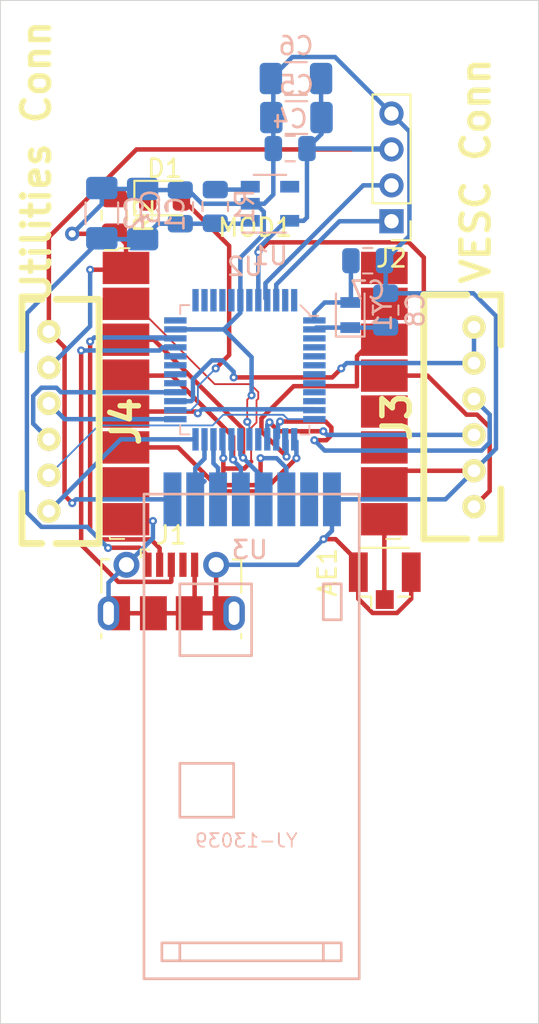
<source format=kicad_pcb>
(kicad_pcb (version 20171130) (host pcbnew "(5.1.0)-1")

  (general
    (thickness 1.6)
    (drawings 4)
    (tracks 336)
    (zones 0)
    (modules 21)
    (nets 29)
  )

  (page A4)
  (layers
    (0 F.Cu signal)
    (31 B.Cu signal)
    (32 B.Adhes user)
    (33 F.Adhes user)
    (34 B.Paste user)
    (35 F.Paste user)
    (36 B.SilkS user)
    (37 F.SilkS user)
    (38 B.Mask user)
    (39 F.Mask user)
    (40 Dwgs.User user)
    (41 Cmts.User user)
    (42 Eco1.User user)
    (43 Eco2.User user)
    (44 Edge.Cuts user)
    (45 Margin user)
    (46 B.CrtYd user)
    (47 F.CrtYd user)
    (48 B.Fab user)
    (49 F.Fab user)
  )

  (setup
    (last_trace_width 0.25)
    (user_trace_width 0.25)
    (trace_clearance 0.1)
    (zone_clearance 0.508)
    (zone_45_only no)
    (trace_min 0.1)
    (via_size 0.45)
    (via_drill 0.2)
    (via_min_size 0.45)
    (via_min_drill 0.2)
    (user_via 0.7 0.3)
    (user_via 1.4 0.9)
    (uvia_size 0.3)
    (uvia_drill 0.1)
    (uvias_allowed no)
    (uvia_min_size 0.2)
    (uvia_min_drill 0.1)
    (edge_width 0.05)
    (segment_width 0.2)
    (pcb_text_width 0.3)
    (pcb_text_size 1.5 1.5)
    (mod_edge_width 0.12)
    (mod_text_size 1 1)
    (mod_text_width 0.15)
    (pad_size 1.524 1.524)
    (pad_drill 0.762)
    (pad_to_mask_clearance 0.051)
    (solder_mask_min_width 0.25)
    (aux_axis_origin 0 0)
    (visible_elements 7FFFFFFF)
    (pcbplotparams
      (layerselection 0x010fc_ffffffff)
      (usegerberextensions false)
      (usegerberattributes false)
      (usegerberadvancedattributes false)
      (creategerberjobfile false)
      (excludeedgelayer true)
      (linewidth 0.100000)
      (plotframeref false)
      (viasonmask false)
      (mode 1)
      (useauxorigin false)
      (hpglpennumber 1)
      (hpglpenspeed 20)
      (hpglpendiameter 15.000000)
      (psnegative false)
      (psa4output false)
      (plotreference true)
      (plotvalue true)
      (plotinvisibletext false)
      (padsonsilk false)
      (subtractmaskfromsilk false)
      (outputformat 1)
      (mirror false)
      (drillshape 1)
      (scaleselection 1)
      (outputdirectory ""))
  )

  (net 0 "")
  (net 1 "Net-(MOD1-Pad14)")
  (net 2 +3V3)
  (net 3 +5V)
  (net 4 "Net-(MOD1-Pad6)")
  (net 5 "Net-(MOD1-Pad5)")
  (net 6 SCK)
  (net 7 MOSI)
  (net 8 MISO)
  (net 9 "Net-(R1-Pad2)")
  (net 10 "Net-(J2-Pad1)")
  (net 11 "Net-(J2-Pad2)")
  (net 12 "Net-(C7-Pad1)")
  (net 13 "Net-(C8-Pad1)")
  (net 14 "Net-(D1-Pad1)")
  (net 15 "Net-(D1-Pad2)")
  (net 16 GND)
  (net 17 "Net-(AE1-Pad1)")
  (net 18 "Net-(J1-Pad3)")
  (net 19 "Net-(J1-Pad2)")
  (net 20 VESC3)
  (net 21 VESC2)
  (net 22 VESC1)
  (net 23 UT4)
  (net 24 UT3)
  (net 25 UT2)
  (net 26 UT1)
  (net 27 CE)
  (net 28 CSN)

  (net_class Default "This is the default net class."
    (clearance 0.1)
    (trace_width 0.1)
    (via_dia 0.45)
    (via_drill 0.2)
    (uvia_dia 0.3)
    (uvia_drill 0.1)
    (add_net +3V3)
    (add_net +5V)
    (add_net CE)
    (add_net CSN)
    (add_net GND)
    (add_net MISO)
    (add_net MOSI)
    (add_net "Net-(AE1-Pad1)")
    (add_net "Net-(C7-Pad1)")
    (add_net "Net-(C8-Pad1)")
    (add_net "Net-(D1-Pad1)")
    (add_net "Net-(D1-Pad2)")
    (add_net "Net-(J1-Pad2)")
    (add_net "Net-(J1-Pad3)")
    (add_net "Net-(J2-Pad1)")
    (add_net "Net-(J2-Pad2)")
    (add_net "Net-(MOD1-Pad14)")
    (add_net "Net-(MOD1-Pad5)")
    (add_net "Net-(MOD1-Pad6)")
    (add_net "Net-(R1-Pad2)")
    (add_net SCK)
    (add_net UT1)
    (add_net UT2)
    (add_net UT3)
    (add_net UT4)
    (add_net VESC1)
    (add_net VESC2)
    (add_net VESC3)
  )

  (module mysensors_radios:YJ-13039-NRF24L01 (layer B.Cu) (tedit 5C043AB1) (tstamp 5D084490)
    (at 103 67.5)
    (descr "HEADER FOR OS4000-T")
    (tags "HEADER FOR OS4000-T")
    (path /5D0851A7)
    (attr virtual)
    (fp_text reference U3 (at 5.9 3.1) (layer B.SilkS)
      (effects (font (size 1 1) (thickness 0.15)) (justify mirror))
    )
    (fp_text value YJ13039-NRF24L01 (at -0.3988 -2.9558) (layer F.SilkS) hide
      (effects (font (size 0.4064 0.4064) (thickness 0.0254)))
    )
    (fp_line (start 0 27) (end 0 0) (layer B.SilkS) (width 0.15))
    (fp_line (start 12 27) (end 0 27) (layer B.SilkS) (width 0.15))
    (fp_line (start 12 0) (end 12 27) (layer B.SilkS) (width 0.15))
    (fp_line (start 0 0) (end 12 0) (layer B.SilkS) (width 0.15))
    (fp_text user YJ-13039 (at 5.7 19.3) (layer B.SilkS)
      (effects (font (size 0.75 0.75) (thickness 0.1)) (justify mirror))
    )
    (fp_line (start 2 9) (end 2 5) (layer B.SilkS) (width 0.15))
    (fp_line (start 6 9) (end 2 9) (layer B.SilkS) (width 0.15))
    (fp_line (start 6 5) (end 6 9) (layer B.SilkS) (width 0.15))
    (fp_line (start 2 5) (end 6 5) (layer B.SilkS) (width 0.15))
    (fp_line (start 5 15) (end 5 18) (layer B.SilkS) (width 0.15))
    (fp_line (start 2 15) (end 5 15) (layer B.SilkS) (width 0.15))
    (fp_line (start 2 18) (end 2 15) (layer B.SilkS) (width 0.15))
    (fp_line (start 5 18) (end 2 18) (layer B.SilkS) (width 0.15))
    (fp_line (start 11 26) (end 1 26) (layer B.SilkS) (width 0.15))
    (fp_line (start 11 25) (end 11 26) (layer B.SilkS) (width 0.15))
    (fp_line (start 1 25) (end 11 25) (layer B.SilkS) (width 0.15))
    (fp_line (start 1 26) (end 1 25) (layer B.SilkS) (width 0.15))
    (fp_line (start 2 26) (end 2 25) (layer B.SilkS) (width 0.15))
    (fp_line (start 10 26) (end 10 25) (layer B.SilkS) (width 0.15))
    (fp_line (start 11 5) (end 10 5) (layer B.SilkS) (width 0.15))
    (fp_line (start 11 7) (end 11 5) (layer B.SilkS) (width 0.15))
    (fp_line (start 10 7) (end 11 7) (layer B.SilkS) (width 0.15))
    (fp_line (start 10 5) (end 10 7) (layer B.SilkS) (width 0.15))
    (pad 5 smd rect (at 6.67 0.292) (size 0.99822 3) (layers B.Cu B.Paste B.Mask)
      (net 7 MOSI))
    (pad 4 smd rect (at 5.4 0.292) (size 0.99822 3) (layers B.Cu B.Paste B.Mask)
      (net 6 SCK))
    (pad 3 smd rect (at 4.13 0.292) (size 0.99822 3) (layers B.Cu B.Paste B.Mask)
      (net 28 CSN))
    (pad 2 smd rect (at 2.86 0.292) (size 0.99822 3) (layers B.Cu B.Paste B.Mask)
      (net 27 CE))
    (pad 1 smd rect (at 1.59 0.292) (size 0.99822 3) (layers B.Cu B.Paste B.Mask)
      (net 2 +3V3))
    (pad 6 smd rect (at 7.94 0.292) (size 0.99822 3) (layers B.Cu B.Paste B.Mask)
      (net 8 MISO))
    (pad 7 smd rect (at 9.21 0.292) (size 0.99822 3) (layers B.Cu B.Paste B.Mask))
    (pad 8 smd rect (at 10.48 0.292) (size 0.99822 3) (layers B.Cu B.Paste B.Mask)
      (net 16 GND))
  )

  (module Connector_USB:USB_Micro-B_Molex-105017-0001 (layer F.Cu) (tedit 5A1DC0BE) (tstamp 5CEEBB91)
    (at 104.525 72.9)
    (descr http://www.molex.com/pdm_docs/sd/1050170001_sd.pdf)
    (tags "Micro-USB SMD Typ-B")
    (path /5CD5B37B)
    (attr smd)
    (fp_text reference J1 (at 0 -3.1125) (layer F.SilkS)
      (effects (font (size 1 1) (thickness 0.15)))
    )
    (fp_text value USB_B_Micro (at 0.3 4.3375) (layer F.Fab)
      (effects (font (size 1 1) (thickness 0.15)))
    )
    (fp_line (start -1.1 -2.1225) (end -1.1 -1.9125) (layer F.Fab) (width 0.1))
    (fp_line (start -1.5 -2.1225) (end -1.5 -1.9125) (layer F.Fab) (width 0.1))
    (fp_line (start -1.5 -2.1225) (end -1.1 -2.1225) (layer F.Fab) (width 0.1))
    (fp_line (start -1.1 -1.9125) (end -1.3 -1.7125) (layer F.Fab) (width 0.1))
    (fp_line (start -1.3 -1.7125) (end -1.5 -1.9125) (layer F.Fab) (width 0.1))
    (fp_line (start -1.7 -2.3125) (end -1.7 -1.8625) (layer F.SilkS) (width 0.12))
    (fp_line (start -1.7 -2.3125) (end -1.25 -2.3125) (layer F.SilkS) (width 0.12))
    (fp_line (start 3.9 -1.7625) (end 3.45 -1.7625) (layer F.SilkS) (width 0.12))
    (fp_line (start 3.9 0.0875) (end 3.9 -1.7625) (layer F.SilkS) (width 0.12))
    (fp_line (start -3.9 2.6375) (end -3.9 2.3875) (layer F.SilkS) (width 0.12))
    (fp_line (start -3.75 3.3875) (end -3.75 -1.6125) (layer F.Fab) (width 0.1))
    (fp_line (start -3.75 -1.6125) (end 3.75 -1.6125) (layer F.Fab) (width 0.1))
    (fp_line (start -3.75 3.389204) (end 3.75 3.389204) (layer F.Fab) (width 0.1))
    (fp_line (start -3 2.689204) (end 3 2.689204) (layer F.Fab) (width 0.1))
    (fp_line (start 3.75 3.3875) (end 3.75 -1.6125) (layer F.Fab) (width 0.1))
    (fp_line (start 3.9 2.6375) (end 3.9 2.3875) (layer F.SilkS) (width 0.12))
    (fp_line (start -3.9 0.0875) (end -3.9 -1.7625) (layer F.SilkS) (width 0.12))
    (fp_line (start -3.9 -1.7625) (end -3.45 -1.7625) (layer F.SilkS) (width 0.12))
    (fp_line (start -4.4 3.64) (end -4.4 -2.46) (layer F.CrtYd) (width 0.05))
    (fp_line (start -4.4 -2.46) (end 4.4 -2.46) (layer F.CrtYd) (width 0.05))
    (fp_line (start 4.4 -2.46) (end 4.4 3.64) (layer F.CrtYd) (width 0.05))
    (fp_line (start -4.4 3.64) (end 4.4 3.64) (layer F.CrtYd) (width 0.05))
    (fp_text user %R (at 0 0.8875) (layer F.Fab)
      (effects (font (size 1 1) (thickness 0.15)))
    )
    (fp_text user "PCB Edge" (at 0 2.6875) (layer Dwgs.User)
      (effects (font (size 0.5 0.5) (thickness 0.08)))
    )
    (pad 6 smd rect (at -2.9 1.2375) (size 1.2 1.9) (layers F.Cu F.Mask)
      (net 16 GND))
    (pad 6 smd rect (at 2.9 1.2375) (size 1.2 1.9) (layers F.Cu F.Mask)
      (net 16 GND))
    (pad 6 thru_hole oval (at 3.5 1.2375) (size 1.2 1.9) (drill oval 0.6 1.3) (layers *.Cu *.Mask)
      (net 16 GND))
    (pad 6 thru_hole oval (at -3.5 1.2375 180) (size 1.2 1.9) (drill oval 0.6 1.3) (layers *.Cu *.Mask)
      (net 16 GND))
    (pad 6 smd rect (at -1 1.2375) (size 1.5 1.9) (layers F.Cu F.Paste F.Mask)
      (net 16 GND))
    (pad 6 thru_hole circle (at 2.5 -1.4625) (size 1.45 1.45) (drill 0.85) (layers *.Cu *.Mask)
      (net 16 GND))
    (pad 3 smd rect (at 0 -1.4625) (size 0.4 1.35) (layers F.Cu F.Paste F.Mask)
      (net 18 "Net-(J1-Pad3)"))
    (pad 4 smd rect (at 0.65 -1.4625) (size 0.4 1.35) (layers F.Cu F.Paste F.Mask))
    (pad 5 smd rect (at 1.3 -1.4625) (size 0.4 1.35) (layers F.Cu F.Paste F.Mask)
      (net 16 GND))
    (pad 1 smd rect (at -1.3 -1.4625) (size 0.4 1.35) (layers F.Cu F.Paste F.Mask)
      (net 3 +5V))
    (pad 2 smd rect (at -0.65 -1.4625) (size 0.4 1.35) (layers F.Cu F.Paste F.Mask)
      (net 19 "Net-(J1-Pad2)"))
    (pad 6 thru_hole circle (at -2.5 -1.4625) (size 1.45 1.45) (drill 0.85) (layers *.Cu *.Mask)
      (net 16 GND))
    (pad 6 smd rect (at 1 1.2375) (size 1.5 1.9) (layers F.Cu F.Paste F.Mask)
      (net 16 GND))
    (model ${KISYS3DMOD}/Connector_USB.3dshapes/USB_Micro-B_Molex-105017-0001.wrl
      (at (xyz 0 0 0))
      (scale (xyz 1 1 1))
      (rotate (xyz 0 0 0))
    )
  )

  (module Capacitor_SMD:C_1206_3216Metric (layer B.Cu) (tedit 5B301BBE) (tstamp 5CEEBB04)
    (at 111.475 44.35 180)
    (descr "Capacitor SMD 1206 (3216 Metric), square (rectangular) end terminal, IPC_7351 nominal, (Body size source: http://www.tortai-tech.com/upload/download/2011102023233369053.pdf), generated with kicad-footprint-generator")
    (tags capacitor)
    (path /5CD7635F)
    (attr smd)
    (fp_text reference C6 (at 0 1.82 180) (layer B.SilkS)
      (effects (font (size 1 1) (thickness 0.15)) (justify mirror))
    )
    (fp_text value CP_Small (at 0 -1.82 180) (layer B.Fab)
      (effects (font (size 1 1) (thickness 0.15)) (justify mirror))
    )
    (fp_text user %R (at 0 0 180) (layer B.Fab)
      (effects (font (size 0.8 0.8) (thickness 0.12)) (justify mirror))
    )
    (fp_line (start 2.28 -1.12) (end -2.28 -1.12) (layer B.CrtYd) (width 0.05))
    (fp_line (start 2.28 1.12) (end 2.28 -1.12) (layer B.CrtYd) (width 0.05))
    (fp_line (start -2.28 1.12) (end 2.28 1.12) (layer B.CrtYd) (width 0.05))
    (fp_line (start -2.28 -1.12) (end -2.28 1.12) (layer B.CrtYd) (width 0.05))
    (fp_line (start -0.602064 -0.91) (end 0.602064 -0.91) (layer B.SilkS) (width 0.12))
    (fp_line (start -0.602064 0.91) (end 0.602064 0.91) (layer B.SilkS) (width 0.12))
    (fp_line (start 1.6 -0.8) (end -1.6 -0.8) (layer B.Fab) (width 0.1))
    (fp_line (start 1.6 0.8) (end 1.6 -0.8) (layer B.Fab) (width 0.1))
    (fp_line (start -1.6 0.8) (end 1.6 0.8) (layer B.Fab) (width 0.1))
    (fp_line (start -1.6 -0.8) (end -1.6 0.8) (layer B.Fab) (width 0.1))
    (pad 2 smd roundrect (at 1.4 0 180) (size 1.25 1.75) (layers B.Cu B.Paste B.Mask) (roundrect_rratio 0.2)
      (net 16 GND))
    (pad 1 smd roundrect (at -1.4 0 180) (size 1.25 1.75) (layers B.Cu B.Paste B.Mask) (roundrect_rratio 0.2)
      (net 2 +3V3))
    (model ${KISYS3DMOD}/Capacitor_SMD.3dshapes/C_1206_3216Metric.wrl
      (at (xyz 0 0 0))
      (scale (xyz 1 1 1))
      (rotate (xyz 0 0 0))
    )
  )

  (module Capacitor_SMD:C_1206_3216Metric (layer B.Cu) (tedit 5B301BBE) (tstamp 5CEEBAF3)
    (at 111.5 46.525 180)
    (descr "Capacitor SMD 1206 (3216 Metric), square (rectangular) end terminal, IPC_7351 nominal, (Body size source: http://www.tortai-tech.com/upload/download/2011102023233369053.pdf), generated with kicad-footprint-generator")
    (tags capacitor)
    (path /5CD748CA)
    (attr smd)
    (fp_text reference C5 (at 0 1.82 180) (layer B.SilkS)
      (effects (font (size 1 1) (thickness 0.15)) (justify mirror))
    )
    (fp_text value 10uF (at 0 -1.82 180) (layer B.Fab)
      (effects (font (size 1 1) (thickness 0.15)) (justify mirror))
    )
    (fp_text user %R (at 0 0 180) (layer B.Fab)
      (effects (font (size 0.8 0.8) (thickness 0.12)) (justify mirror))
    )
    (fp_line (start 2.28 -1.12) (end -2.28 -1.12) (layer B.CrtYd) (width 0.05))
    (fp_line (start 2.28 1.12) (end 2.28 -1.12) (layer B.CrtYd) (width 0.05))
    (fp_line (start -2.28 1.12) (end 2.28 1.12) (layer B.CrtYd) (width 0.05))
    (fp_line (start -2.28 -1.12) (end -2.28 1.12) (layer B.CrtYd) (width 0.05))
    (fp_line (start -0.602064 -0.91) (end 0.602064 -0.91) (layer B.SilkS) (width 0.12))
    (fp_line (start -0.602064 0.91) (end 0.602064 0.91) (layer B.SilkS) (width 0.12))
    (fp_line (start 1.6 -0.8) (end -1.6 -0.8) (layer B.Fab) (width 0.1))
    (fp_line (start 1.6 0.8) (end 1.6 -0.8) (layer B.Fab) (width 0.1))
    (fp_line (start -1.6 0.8) (end 1.6 0.8) (layer B.Fab) (width 0.1))
    (fp_line (start -1.6 -0.8) (end -1.6 0.8) (layer B.Fab) (width 0.1))
    (pad 2 smd roundrect (at 1.4 0 180) (size 1.25 1.75) (layers B.Cu B.Paste B.Mask) (roundrect_rratio 0.2)
      (net 16 GND))
    (pad 1 smd roundrect (at -1.4 0 180) (size 1.25 1.75) (layers B.Cu B.Paste B.Mask) (roundrect_rratio 0.2)
      (net 2 +3V3))
    (model ${KISYS3DMOD}/Capacitor_SMD.3dshapes/C_1206_3216Metric.wrl
      (at (xyz 0 0 0))
      (scale (xyz 1 1 1))
      (rotate (xyz 0 0 0))
    )
  )

  (module Capacitor_SMD:C_1206_3216Metric (layer B.Cu) (tedit 5B301BBE) (tstamp 5CEEBAA2)
    (at 100.65 51.85 90)
    (descr "Capacitor SMD 1206 (3216 Metric), square (rectangular) end terminal, IPC_7351 nominal, (Body size source: http://www.tortai-tech.com/upload/download/2011102023233369053.pdf), generated with kicad-footprint-generator")
    (tags capacitor)
    (path /5CD6C170)
    (attr smd)
    (fp_text reference C2 (at 0 1.82 90) (layer B.SilkS)
      (effects (font (size 1 1) (thickness 0.15)) (justify mirror))
    )
    (fp_text value 10uF (at 0 -1.82 90) (layer B.Fab)
      (effects (font (size 1 1) (thickness 0.15)) (justify mirror))
    )
    (fp_text user %R (at 0 0 90) (layer B.Fab)
      (effects (font (size 0.8 0.8) (thickness 0.12)) (justify mirror))
    )
    (fp_line (start 2.28 -1.12) (end -2.28 -1.12) (layer B.CrtYd) (width 0.05))
    (fp_line (start 2.28 1.12) (end 2.28 -1.12) (layer B.CrtYd) (width 0.05))
    (fp_line (start -2.28 1.12) (end 2.28 1.12) (layer B.CrtYd) (width 0.05))
    (fp_line (start -2.28 -1.12) (end -2.28 1.12) (layer B.CrtYd) (width 0.05))
    (fp_line (start -0.602064 -0.91) (end 0.602064 -0.91) (layer B.SilkS) (width 0.12))
    (fp_line (start -0.602064 0.91) (end 0.602064 0.91) (layer B.SilkS) (width 0.12))
    (fp_line (start 1.6 -0.8) (end -1.6 -0.8) (layer B.Fab) (width 0.1))
    (fp_line (start 1.6 0.8) (end 1.6 -0.8) (layer B.Fab) (width 0.1))
    (fp_line (start -1.6 0.8) (end 1.6 0.8) (layer B.Fab) (width 0.1))
    (fp_line (start -1.6 -0.8) (end -1.6 0.8) (layer B.Fab) (width 0.1))
    (pad 2 smd roundrect (at 1.4 0 90) (size 1.25 1.75) (layers B.Cu B.Paste B.Mask) (roundrect_rratio 0.2)
      (net 16 GND))
    (pad 1 smd roundrect (at -1.4 0 90) (size 1.25 1.75) (layers B.Cu B.Paste B.Mask) (roundrect_rratio 0.2)
      (net 3 +5V))
    (model ${KISYS3DMOD}/Capacitor_SMD.3dshapes/C_1206_3216Metric.wrl
      (at (xyz 0 0 0))
      (scale (xyz 1 1 1))
      (rotate (xyz 0 0 0))
    )
  )

  (module Capacitor_SMD:C_1206_3216Metric (layer B.Cu) (tedit 5B301BBE) (tstamp 5CEEBA91)
    (at 102.925 51.9 90)
    (descr "Capacitor SMD 1206 (3216 Metric), square (rectangular) end terminal, IPC_7351 nominal, (Body size source: http://www.tortai-tech.com/upload/download/2011102023233369053.pdf), generated with kicad-footprint-generator")
    (tags capacitor)
    (path /5CD6CB90)
    (attr smd)
    (fp_text reference C1 (at 0 1.82 90) (layer B.SilkS)
      (effects (font (size 1 1) (thickness 0.15)) (justify mirror))
    )
    (fp_text value CP_Small (at 0 -1.82 90) (layer B.Fab)
      (effects (font (size 1 1) (thickness 0.15)) (justify mirror))
    )
    (fp_text user %R (at 0 0 90) (layer B.Fab)
      (effects (font (size 0.8 0.8) (thickness 0.12)) (justify mirror))
    )
    (fp_line (start 2.28 -1.12) (end -2.28 -1.12) (layer B.CrtYd) (width 0.05))
    (fp_line (start 2.28 1.12) (end 2.28 -1.12) (layer B.CrtYd) (width 0.05))
    (fp_line (start -2.28 1.12) (end 2.28 1.12) (layer B.CrtYd) (width 0.05))
    (fp_line (start -2.28 -1.12) (end -2.28 1.12) (layer B.CrtYd) (width 0.05))
    (fp_line (start -0.602064 -0.91) (end 0.602064 -0.91) (layer B.SilkS) (width 0.12))
    (fp_line (start -0.602064 0.91) (end 0.602064 0.91) (layer B.SilkS) (width 0.12))
    (fp_line (start 1.6 -0.8) (end -1.6 -0.8) (layer B.Fab) (width 0.1))
    (fp_line (start 1.6 0.8) (end 1.6 -0.8) (layer B.Fab) (width 0.1))
    (fp_line (start -1.6 0.8) (end 1.6 0.8) (layer B.Fab) (width 0.1))
    (fp_line (start -1.6 -0.8) (end -1.6 0.8) (layer B.Fab) (width 0.1))
    (pad 2 smd roundrect (at 1.4 0 90) (size 1.25 1.75) (layers B.Cu B.Paste B.Mask) (roundrect_rratio 0.2)
      (net 16 GND))
    (pad 1 smd roundrect (at -1.4 0 90) (size 1.25 1.75) (layers B.Cu B.Paste B.Mask) (roundrect_rratio 0.2)
      (net 3 +5V))
    (model ${KISYS3DMOD}/Capacitor_SMD.3dshapes/C_1206_3216Metric.wrl
      (at (xyz 0 0 0))
      (scale (xyz 1 1 1))
      (rotate (xyz 0 0 0))
    )
  )

  (module Connector_Coaxial:U.FL_Hirose_U.FL-R-SMT-1_Vertical (layer F.Cu) (tedit 5A1DBFC3) (tstamp 5CEEBA80)
    (at 116.425 72.325 90)
    (descr "Hirose U.FL Coaxial https://www.hirose.com/product/en/products/U.FL/U.FL-R-SMT-1%2810%29/")
    (tags "Hirose U.FL Coaxial")
    (path /5CF58F9F)
    (attr smd)
    (fp_text reference AE1 (at 0.475 -3.2 90) (layer F.SilkS)
      (effects (font (size 1 1) (thickness 0.15)))
    )
    (fp_text value Antenna_Shield (at 0.475 3.2 90) (layer F.Fab)
      (effects (font (size 1 1) (thickness 0.15)))
    )
    (fp_line (start -1.32 -1) (end -2.02 -1) (layer F.CrtYd) (width 0.05))
    (fp_line (start -1.32 1.8) (end -1.32 1) (layer F.CrtYd) (width 0.05))
    (fp_line (start -1.32 -1.8) (end -1.12 -1.8) (layer F.CrtYd) (width 0.05))
    (fp_line (start -1.12 -1.8) (end -1.12 -2.5) (layer F.CrtYd) (width 0.05))
    (fp_line (start 2.08 -2.5) (end -1.12 -2.5) (layer F.CrtYd) (width 0.05))
    (fp_line (start -1.32 -1) (end -1.32 -1.8) (layer F.CrtYd) (width 0.05))
    (fp_line (start 2.08 -1.8) (end 2.08 -2.5) (layer F.CrtYd) (width 0.05))
    (fp_line (start 2.08 -1.8) (end 2.28 -1.8) (layer F.CrtYd) (width 0.05))
    (fp_line (start -0.885 -1.4) (end -0.885 -0.76) (layer F.SilkS) (width 0.12))
    (fp_line (start -0.425 1.5) (end -0.425 1.3) (layer F.Fab) (width 0.1))
    (fp_line (start -0.425 1.3) (end -0.825 1.3) (layer F.Fab) (width 0.1))
    (fp_line (start -0.825 0.3) (end -0.825 1.3) (layer F.Fab) (width 0.1))
    (fp_line (start -1.075 0.3) (end -0.825 0.3) (layer F.Fab) (width 0.1))
    (fp_line (start -1.075 0.3) (end -1.075 -0.15) (layer F.Fab) (width 0.1))
    (fp_line (start -0.925 -0.3) (end -0.825 -0.3) (layer F.Fab) (width 0.1))
    (fp_line (start -0.825 -0.3) (end -0.825 -1.3) (layer F.Fab) (width 0.1))
    (fp_line (start -0.425 -1.5) (end -0.425 -1.3) (layer F.Fab) (width 0.1))
    (fp_line (start -0.425 -1.3) (end -0.825 -1.3) (layer F.Fab) (width 0.1))
    (fp_line (start -0.425 1.5) (end 1.375 1.5) (layer F.Fab) (width 0.1))
    (fp_line (start 1.375 1.5) (end 1.375 1.3) (layer F.Fab) (width 0.1))
    (fp_line (start 1.775 1.3) (end 1.375 1.3) (layer F.Fab) (width 0.1))
    (fp_line (start 1.775 -1.3) (end 1.775 1.3) (layer F.Fab) (width 0.1))
    (fp_line (start -0.425 -1.5) (end 1.375 -1.5) (layer F.Fab) (width 0.1))
    (fp_line (start 1.375 -1.5) (end 1.375 -1.3) (layer F.Fab) (width 0.1))
    (fp_line (start 1.775 -1.3) (end 1.375 -1.3) (layer F.Fab) (width 0.1))
    (fp_line (start -0.925 -0.3) (end -1.075 -0.15) (layer F.Fab) (width 0.1))
    (fp_line (start -0.885 1.4) (end -0.885 0.76) (layer F.SilkS) (width 0.12))
    (fp_line (start -0.885 -0.76) (end -1.515 -0.76) (layer F.SilkS) (width 0.12))
    (fp_line (start 1.835 -1.35) (end 1.835 1.35) (layer F.SilkS) (width 0.12))
    (fp_line (start 2.08 2.5) (end -1.12 2.5) (layer F.CrtYd) (width 0.05))
    (fp_line (start -1.12 2.5) (end -1.12 1.8) (layer F.CrtYd) (width 0.05))
    (fp_line (start -1.32 1.8) (end -1.12 1.8) (layer F.CrtYd) (width 0.05))
    (fp_line (start 2.28 1.8) (end 2.28 -1.8) (layer F.CrtYd) (width 0.05))
    (fp_line (start 2.08 2.5) (end 2.08 1.8) (layer F.CrtYd) (width 0.05))
    (fp_line (start 2.08 1.8) (end 2.28 1.8) (layer F.CrtYd) (width 0.05))
    (fp_line (start -1.32 1) (end -2.02 1) (layer F.CrtYd) (width 0.05))
    (fp_line (start -2.02 1) (end -2.02 -1) (layer F.CrtYd) (width 0.05))
    (fp_text user %R (at 0.475 0 180) (layer F.Fab)
      (effects (font (size 0.6 0.6) (thickness 0.09)))
    )
    (pad 2 smd rect (at 0.475 -1.475 90) (size 2.2 1.05) (layers F.Cu F.Paste F.Mask)
      (net 16 GND))
    (pad 1 smd rect (at -1.05 0 90) (size 1.05 1) (layers F.Cu F.Paste F.Mask)
      (net 17 "Net-(AE1-Pad1)"))
    (pad 2 smd rect (at 0.475 1.475 90) (size 2.2 1.05) (layers F.Cu F.Paste F.Mask)
      (net 16 GND))
    (model ${KISYS3DMOD}/Connector_Coaxial.3dshapes/U.FL_Hirose_U.FL-R-SMT-1_Vertical.wrl
      (offset (xyz 0.4749999928262157 0 0))
      (scale (xyz 1 1 1))
      (rotate (xyz 0 0 0))
    )
  )

  (module Crystal:Crystal_SMD_2012-2Pin_2.0x1.2mm (layer B.Cu) (tedit 5A0FD1B2) (tstamp 5CDB2A3F)
    (at 114.5 57.525 90)
    (descr "SMD Crystal 2012/2 http://txccrystal.com/images/pdf/9ht11.pdf, 2.0x1.2mm^2 package")
    (tags "SMD SMT crystal")
    (path /5CD6216D)
    (attr smd)
    (fp_text reference Y1 (at 0 1.8 90) (layer B.SilkS)
      (effects (font (size 1 1) (thickness 0.15)) (justify mirror))
    )
    (fp_text value ABS06-127-32.768KHZ-T‎ (at 0 -1.8 90) (layer B.Fab)
      (effects (font (size 1 1) (thickness 0.15)) (justify mirror))
    )
    (fp_circle (center 0 0) (end 0.046667 0) (layer B.Adhes) (width 0.093333))
    (fp_circle (center 0 0) (end 0.106667 0) (layer B.Adhes) (width 0.066667))
    (fp_circle (center 0 0) (end 0.166667 0) (layer B.Adhes) (width 0.066667))
    (fp_circle (center 0 0) (end 0.2 0) (layer B.Adhes) (width 0.1))
    (fp_line (start 1.3 0.9) (end -1.3 0.9) (layer B.CrtYd) (width 0.05))
    (fp_line (start 1.3 -0.9) (end 1.3 0.9) (layer B.CrtYd) (width 0.05))
    (fp_line (start -1.3 -0.9) (end 1.3 -0.9) (layer B.CrtYd) (width 0.05))
    (fp_line (start -1.3 0.9) (end -1.3 -0.9) (layer B.CrtYd) (width 0.05))
    (fp_line (start -1.2 -0.8) (end 1.2 -0.8) (layer B.SilkS) (width 0.12))
    (fp_line (start -1.2 0.8) (end -1.2 -0.8) (layer B.SilkS) (width 0.12))
    (fp_line (start 1.2 0.8) (end -1.2 0.8) (layer B.SilkS) (width 0.12))
    (fp_line (start -1 -0.1) (end -0.5 -0.6) (layer B.Fab) (width 0.1))
    (fp_line (start 1 0.6) (end -1 0.6) (layer B.Fab) (width 0.1))
    (fp_line (start 1 -0.6) (end 1 0.6) (layer B.Fab) (width 0.1))
    (fp_line (start -1 -0.6) (end 1 -0.6) (layer B.Fab) (width 0.1))
    (fp_line (start -1 0.6) (end -1 -0.6) (layer B.Fab) (width 0.1))
    (fp_text user %R (at 0 0 90) (layer B.Fab)
      (effects (font (size 0.5 0.5) (thickness 0.075)) (justify mirror))
    )
    (pad 2 smd rect (at 0.7 0 90) (size 0.6 1.1) (layers B.Cu B.Paste B.Mask)
      (net 12 "Net-(C7-Pad1)"))
    (pad 1 smd rect (at -0.7 0 90) (size 0.6 1.1) (layers B.Cu B.Paste B.Mask)
      (net 13 "Net-(C8-Pad1)"))
    (model ${KISYS3DMOD}/Crystal.3dshapes/Crystal_SMD_2012-2Pin_2.0x1.2mm.wrl
      (at (xyz 0 0 0))
      (scale (xyz 1 1 1))
      (rotate (xyz 0 0 0))
    )
  )

  (module LED_SMD:LED_0805_2012Metric (layer F.Cu) (tedit 5B36C52C) (tstamp 5CDB2858)
    (at 104.15 51.01)
    (descr "LED SMD 0805 (2012 Metric), square (rectangular) end terminal, IPC_7351 nominal, (Body size source: https://docs.google.com/spreadsheets/d/1BsfQQcO9C6DZCsRaXUlFlo91Tg2WpOkGARC1WS5S8t0/edit?usp=sharing), generated with kicad-footprint-generator")
    (tags diode)
    (path /5CD5D83B)
    (attr smd)
    (fp_text reference D1 (at 0 -1.65) (layer F.SilkS)
      (effects (font (size 1 1) (thickness 0.15)))
    )
    (fp_text value LED (at 0 1.65) (layer F.Fab)
      (effects (font (size 1 1) (thickness 0.15)))
    )
    (fp_text user %R (at 0 0) (layer F.Fab)
      (effects (font (size 0.5 0.5) (thickness 0.08)))
    )
    (fp_line (start 1.68 0.95) (end -1.68 0.95) (layer F.CrtYd) (width 0.05))
    (fp_line (start 1.68 -0.95) (end 1.68 0.95) (layer F.CrtYd) (width 0.05))
    (fp_line (start -1.68 -0.95) (end 1.68 -0.95) (layer F.CrtYd) (width 0.05))
    (fp_line (start -1.68 0.95) (end -1.68 -0.95) (layer F.CrtYd) (width 0.05))
    (fp_line (start -1.685 0.96) (end 1 0.96) (layer F.SilkS) (width 0.12))
    (fp_line (start -1.685 -0.96) (end -1.685 0.96) (layer F.SilkS) (width 0.12))
    (fp_line (start 1 -0.96) (end -1.685 -0.96) (layer F.SilkS) (width 0.12))
    (fp_line (start 1 0.6) (end 1 -0.6) (layer F.Fab) (width 0.1))
    (fp_line (start -1 0.6) (end 1 0.6) (layer F.Fab) (width 0.1))
    (fp_line (start -1 -0.3) (end -1 0.6) (layer F.Fab) (width 0.1))
    (fp_line (start -0.7 -0.6) (end -1 -0.3) (layer F.Fab) (width 0.1))
    (fp_line (start 1 -0.6) (end -0.7 -0.6) (layer F.Fab) (width 0.1))
    (pad 2 smd roundrect (at 0.9375 0) (size 0.975 1.4) (layers F.Cu F.Paste F.Mask) (roundrect_rratio 0.25)
      (net 15 "Net-(D1-Pad2)"))
    (pad 1 smd roundrect (at -0.9375 0) (size 0.975 1.4) (layers F.Cu F.Paste F.Mask) (roundrect_rratio 0.25)
      (net 14 "Net-(D1-Pad1)"))
    (model ${KISYS3DMOD}/LED_SMD.3dshapes/LED_0805_2012Metric.wrl
      (at (xyz 0 0 0))
      (scale (xyz 1 1 1))
      (rotate (xyz 0 0 0))
    )
  )

  (module digikey-footprints:RF_Module_COM-13909 (layer F.Cu) (tedit 59D2B212) (tstamp 5CD6234C)
    (at 109.2 61.9)
    (descr https://cdn.sparkfun.com/datasheets/Wireless/General/RFM69HCW-V1.1.pdf)
    (path /5CD583C9)
    (fp_text reference MOD1 (at 0 -9.25) (layer F.SilkS)
      (effects (font (size 1 1) (thickness 0.15)))
    )
    (fp_text value RFM69HCW (at 0 9.5) (layer F.Fab)
      (effects (font (size 1 1) (thickness 0.15)))
    )
    (fp_line (start -8 8) (end 8 8) (layer F.Fab) (width 0.1))
    (fp_line (start 8 -8) (end 8 8) (layer F.Fab) (width 0.1))
    (fp_text user %R (at 0 0) (layer F.Fab)
      (effects (font (size 1 1) (thickness 0.15)))
    )
    (fp_line (start -8 -7.5) (end -7.5 -8) (layer F.Fab) (width 0.1))
    (fp_line (start -7.5 -8) (end 8 -8) (layer F.Fab) (width 0.1))
    (fp_line (start -8 -7.5) (end -8 8) (layer F.Fab) (width 0.1))
    (fp_line (start -7.7 -8) (end -8.4 -8) (layer F.SilkS) (width 0.1))
    (fp_line (start -7.6 -8.1) (end -7.7 -8) (layer F.SilkS) (width 0.1))
    (fp_line (start -7 -8.1) (end -7.6 -8.1) (layer F.SilkS) (width 0.1))
    (fp_line (start 8.1 -8.1) (end 8.1 -8) (layer F.SilkS) (width 0.1))
    (fp_line (start 7.4 -8.1) (end 8.1 -8.1) (layer F.SilkS) (width 0.1))
    (fp_line (start 8.1 8.1) (end 7.3 8.1) (layer F.SilkS) (width 0.1))
    (fp_line (start 8.1 8) (end 8.1 8.1) (layer F.SilkS) (width 0.1))
    (fp_line (start -8.1 8.1) (end -7.3 8.1) (layer F.SilkS) (width 0.1))
    (fp_line (start -8.1 8) (end -8.1 8.1) (layer F.SilkS) (width 0.1))
    (fp_line (start 8.75 -8.25) (end -8.75 -8.25) (layer F.CrtYd) (width 0.05))
    (fp_line (start 8.75 8.25) (end 8.75 -8.25) (layer F.CrtYd) (width 0.05))
    (fp_line (start -8.75 8.25) (end 8.75 8.25) (layer F.CrtYd) (width 0.05))
    (fp_line (start -8.75 -8.25) (end -8.75 8.25) (layer F.CrtYd) (width 0.05))
    (pad 16 smd rect (at 7.2 -7) (size 2.6 1.8) (layers F.Cu F.Paste F.Mask))
    (pad 15 smd rect (at 7.2 -5) (size 2.6 1.8) (layers F.Cu F.Paste F.Mask))
    (pad 14 smd rect (at 7.2 -3) (size 2.6 1.8) (layers F.Cu F.Paste F.Mask)
      (net 1 "Net-(MOD1-Pad14)"))
    (pad 13 smd rect (at 7.2 -1) (size 2.6 1.8) (layers F.Cu F.Paste F.Mask)
      (net 2 +3V3))
    (pad 12 smd rect (at 7.2 1) (size 2.6 1.8) (layers F.Cu F.Paste F.Mask))
    (pad 11 smd rect (at 7.2 3) (size 2.6 1.8) (layers F.Cu F.Paste F.Mask))
    (pad 10 smd rect (at 7.2 5) (size 2.6 1.8) (layers F.Cu F.Paste F.Mask)
      (net 16 GND))
    (pad 9 smd rect (at 7.2 7) (size 2.6 1.8) (layers F.Cu F.Paste F.Mask)
      (net 17 "Net-(AE1-Pad1)"))
    (pad 8 smd rect (at -7.2 7) (size 2.6 1.8) (layers F.Cu F.Paste F.Mask)
      (net 16 GND))
    (pad 7 smd rect (at -7.2 5) (size 2.6 1.8) (layers F.Cu F.Paste F.Mask))
    (pad 6 smd rect (at -7.2 3) (size 2.6 1.8) (layers F.Cu F.Paste F.Mask)
      (net 4 "Net-(MOD1-Pad6)"))
    (pad 5 smd rect (at -7.2 1) (size 2.6 1.8) (layers F.Cu F.Paste F.Mask)
      (net 5 "Net-(MOD1-Pad5)"))
    (pad 4 smd rect (at -7.2 -1) (size 2.6 1.8) (layers F.Cu F.Paste F.Mask)
      (net 6 SCK))
    (pad 3 smd rect (at -7.2 -3) (size 2.6 1.8) (layers F.Cu F.Paste F.Mask)
      (net 7 MOSI))
    (pad 2 smd rect (at -7.2 -5) (size 2.6 1.8) (layers F.Cu F.Paste F.Mask)
      (net 8 MISO))
    (pad 1 smd rect (at -7.2 -7) (size 2.6 1.8) (layers F.Cu F.Paste F.Mask)
      (net 16 GND))
  )

  (module Resistor_SMD:R_0805_2012Metric (layer F.Cu) (tedit 5B36C52B) (tstamp 5CD67FBD)
    (at 101.35 51.975 270)
    (descr "Resistor SMD 0805 (2012 Metric), square (rectangular) end terminal, IPC_7351 nominal, (Body size source: https://docs.google.com/spreadsheets/d/1BsfQQcO9C6DZCsRaXUlFlo91Tg2WpOkGARC1WS5S8t0/edit?usp=sharing), generated with kicad-footprint-generator")
    (tags resistor)
    (path /5CD89A9A)
    (attr smd)
    (fp_text reference R2 (at 0 -1.65 270) (layer F.SilkS)
      (effects (font (size 1 1) (thickness 0.15)))
    )
    (fp_text value 1K (at 0 1.65 270) (layer F.Fab)
      (effects (font (size 1 1) (thickness 0.15)))
    )
    (fp_text user %R (at 0 0 270) (layer F.Fab)
      (effects (font (size 0.5 0.5) (thickness 0.08)))
    )
    (fp_line (start 1.68 0.95) (end -1.68 0.95) (layer F.CrtYd) (width 0.05))
    (fp_line (start 1.68 -0.95) (end 1.68 0.95) (layer F.CrtYd) (width 0.05))
    (fp_line (start -1.68 -0.95) (end 1.68 -0.95) (layer F.CrtYd) (width 0.05))
    (fp_line (start -1.68 0.95) (end -1.68 -0.95) (layer F.CrtYd) (width 0.05))
    (fp_line (start -0.258578 0.71) (end 0.258578 0.71) (layer F.SilkS) (width 0.12))
    (fp_line (start -0.258578 -0.71) (end 0.258578 -0.71) (layer F.SilkS) (width 0.12))
    (fp_line (start 1 0.6) (end -1 0.6) (layer F.Fab) (width 0.1))
    (fp_line (start 1 -0.6) (end 1 0.6) (layer F.Fab) (width 0.1))
    (fp_line (start -1 -0.6) (end 1 -0.6) (layer F.Fab) (width 0.1))
    (fp_line (start -1 0.6) (end -1 -0.6) (layer F.Fab) (width 0.1))
    (pad 2 smd roundrect (at 0.9375 0 270) (size 0.975 1.4) (layers F.Cu F.Paste F.Mask) (roundrect_rratio 0.25)
      (net 16 GND))
    (pad 1 smd roundrect (at -0.9375 0 270) (size 0.975 1.4) (layers F.Cu F.Paste F.Mask) (roundrect_rratio 0.25)
      (net 14 "Net-(D1-Pad1)"))
    (model ${KISYS3DMOD}/Resistor_SMD.3dshapes/R_0805_2012Metric.wrl
      (at (xyz 0 0 0))
      (scale (xyz 1 1 1))
      (rotate (xyz 0 0 0))
    )
  )

  (module Resistor_SMD:R_0805_2012Metric (layer B.Cu) (tedit 5B36C52B) (tstamp 5CD67FAC)
    (at 106.975 51.475 90)
    (descr "Resistor SMD 0805 (2012 Metric), square (rectangular) end terminal, IPC_7351 nominal, (Body size source: https://docs.google.com/spreadsheets/d/1BsfQQcO9C6DZCsRaXUlFlo91Tg2WpOkGARC1WS5S8t0/edit?usp=sharing), generated with kicad-footprint-generator")
    (tags resistor)
    (path /5CD71ACF)
    (attr smd)
    (fp_text reference R1 (at 0 1.65 90) (layer B.SilkS)
      (effects (font (size 1 1) (thickness 0.15)) (justify mirror))
    )
    (fp_text value 100k (at 0 -1.65 90) (layer B.Fab)
      (effects (font (size 1 1) (thickness 0.15)) (justify mirror))
    )
    (fp_text user %R (at 0 0 90) (layer B.Fab)
      (effects (font (size 0.5 0.5) (thickness 0.08)) (justify mirror))
    )
    (fp_line (start 1.68 -0.95) (end -1.68 -0.95) (layer B.CrtYd) (width 0.05))
    (fp_line (start 1.68 0.95) (end 1.68 -0.95) (layer B.CrtYd) (width 0.05))
    (fp_line (start -1.68 0.95) (end 1.68 0.95) (layer B.CrtYd) (width 0.05))
    (fp_line (start -1.68 -0.95) (end -1.68 0.95) (layer B.CrtYd) (width 0.05))
    (fp_line (start -0.258578 -0.71) (end 0.258578 -0.71) (layer B.SilkS) (width 0.12))
    (fp_line (start -0.258578 0.71) (end 0.258578 0.71) (layer B.SilkS) (width 0.12))
    (fp_line (start 1 -0.6) (end -1 -0.6) (layer B.Fab) (width 0.1))
    (fp_line (start 1 0.6) (end 1 -0.6) (layer B.Fab) (width 0.1))
    (fp_line (start -1 0.6) (end 1 0.6) (layer B.Fab) (width 0.1))
    (fp_line (start -1 -0.6) (end -1 0.6) (layer B.Fab) (width 0.1))
    (pad 2 smd roundrect (at 0.9375 0 90) (size 0.975 1.4) (layers B.Cu B.Paste B.Mask) (roundrect_rratio 0.25)
      (net 9 "Net-(R1-Pad2)"))
    (pad 1 smd roundrect (at -0.9375 0 90) (size 0.975 1.4) (layers B.Cu B.Paste B.Mask) (roundrect_rratio 0.25)
      (net 3 +5V))
    (model ${KISYS3DMOD}/Resistor_SMD.3dshapes/R_0805_2012Metric.wrl
      (at (xyz 0 0 0))
      (scale (xyz 1 1 1))
      (rotate (xyz 0 0 0))
    )
  )

  (module crf1:MICRO_JST_6 (layer F.Cu) (tedit 5050CD1F) (tstamp 5CD67F4F)
    (at 97.7 63.45 270)
    (path /5CD639F9)
    (fp_text reference J4 (at 0 -4.30022 270) (layer F.SilkS)
      (effects (font (size 1.524 1.524) (thickness 0.3048)))
    )
    (fp_text value "Utilities Conn" (at -14.45 0.7 270) (layer F.SilkS)
      (effects (font (size 1.524 1.524) (thickness 0.3048)))
    )
    (fp_line (start 6.79958 1.50114) (end 4.0005 1.50114) (layer F.SilkS) (width 0.381))
    (fp_line (start -6.79958 -2.79908) (end 6.79958 -2.79908) (layer F.SilkS) (width 0.381))
    (fp_line (start -4.0005 1.50114) (end -6.79958 1.50114) (layer F.SilkS) (width 0.381))
    (fp_line (start -6.79958 -2.79908) (end -6.79958 -0.39878) (layer F.SilkS) (width 0.381))
    (fp_line (start -6.79958 1.50114) (end -6.79958 0.39878) (layer F.SilkS) (width 0.381))
    (fp_line (start 6.79958 -2.79908) (end 6.79958 -0.39878) (layer F.SilkS) (width 0.381))
    (fp_line (start 6.79958 1.50114) (end 6.79958 0.39878) (layer F.SilkS) (width 0.381))
    (pad 1 thru_hole circle (at -5.00126 0 270) (size 1.30048 1.30048) (drill 0.70104) (layers *.Cu *.Mask F.SilkS)
      (net 2 +3V3))
    (pad 2 thru_hole circle (at -2.99974 0 270) (size 1.30048 1.30048) (drill 0.70104) (layers *.Cu *.Mask F.SilkS)
      (net 16 GND))
    (pad 6 thru_hole circle (at 5.00126 0 270) (size 1.30048 1.30048) (drill 0.70104) (layers *.Cu *.Mask F.SilkS)
      (net 23 UT4))
    (pad 5 thru_hole circle (at 2.99974 0 270) (size 1.30048 1.30048) (drill 0.70104) (layers *.Cu *.Mask F.SilkS)
      (net 24 UT3))
    (pad 4 thru_hole circle (at 1.00076 0 270) (size 1.30048 1.30048) (drill 0.70104) (layers *.Cu *.Mask F.SilkS)
      (net 25 UT2))
    (pad 3 thru_hole circle (at -1.00076 0 270) (size 1.30048 1.30048) (drill 0.70104) (layers *.Cu *.Mask F.SilkS)
      (net 26 UT1))
  )

  (module Connector_PinHeader_2.00mm:PinHeader_1x04_P2.00mm_Vertical (layer F.Cu) (tedit 59FED667) (tstamp 5CD677EB)
    (at 116.8 52.3 180)
    (descr "Through hole straight pin header, 1x04, 2.00mm pitch, single row")
    (tags "Through hole pin header THT 1x04 2.00mm single row")
    (path /5CD6430E)
    (fp_text reference J2 (at 0 -2.06 180) (layer F.SilkS)
      (effects (font (size 1 1) (thickness 0.15)))
    )
    (fp_text value uC_Flash (at 0 8.06 180) (layer F.Fab)
      (effects (font (size 1 1) (thickness 0.15)))
    )
    (fp_text user %R (at 0 3 270) (layer F.Fab)
      (effects (font (size 1 1) (thickness 0.15)))
    )
    (fp_line (start 1.5 -1.5) (end -1.5 -1.5) (layer F.CrtYd) (width 0.05))
    (fp_line (start 1.5 7.5) (end 1.5 -1.5) (layer F.CrtYd) (width 0.05))
    (fp_line (start -1.5 7.5) (end 1.5 7.5) (layer F.CrtYd) (width 0.05))
    (fp_line (start -1.5 -1.5) (end -1.5 7.5) (layer F.CrtYd) (width 0.05))
    (fp_line (start -1.06 -1.06) (end 0 -1.06) (layer F.SilkS) (width 0.12))
    (fp_line (start -1.06 0) (end -1.06 -1.06) (layer F.SilkS) (width 0.12))
    (fp_line (start -1.06 1) (end 1.06 1) (layer F.SilkS) (width 0.12))
    (fp_line (start 1.06 1) (end 1.06 7.06) (layer F.SilkS) (width 0.12))
    (fp_line (start -1.06 1) (end -1.06 7.06) (layer F.SilkS) (width 0.12))
    (fp_line (start -1.06 7.06) (end 1.06 7.06) (layer F.SilkS) (width 0.12))
    (fp_line (start -1 -0.5) (end -0.5 -1) (layer F.Fab) (width 0.1))
    (fp_line (start -1 7) (end -1 -0.5) (layer F.Fab) (width 0.1))
    (fp_line (start 1 7) (end -1 7) (layer F.Fab) (width 0.1))
    (fp_line (start 1 -1) (end 1 7) (layer F.Fab) (width 0.1))
    (fp_line (start -0.5 -1) (end 1 -1) (layer F.Fab) (width 0.1))
    (pad 4 thru_hole oval (at 0 6 180) (size 1.35 1.35) (drill 0.8) (layers *.Cu *.Mask)
      (net 16 GND))
    (pad 3 thru_hole oval (at 0 4 180) (size 1.35 1.35) (drill 0.8) (layers *.Cu *.Mask)
      (net 2 +3V3))
    (pad 2 thru_hole oval (at 0 2 180) (size 1.35 1.35) (drill 0.8) (layers *.Cu *.Mask)
      (net 11 "Net-(J2-Pad2)"))
    (pad 1 thru_hole rect (at 0 0 180) (size 1.35 1.35) (drill 0.8) (layers *.Cu *.Mask)
      (net 10 "Net-(J2-Pad1)"))
    (model ${KISYS3DMOD}/Connector_PinHeader_2.00mm.3dshapes/PinHeader_1x04_P2.00mm_Vertical.wrl
      (at (xyz 0 0 0))
      (scale (xyz 1 1 1))
      (rotate (xyz 0 0 0))
    )
  )

  (module Capacitor_SMD:C_0805_2012Metric (layer B.Cu) (tedit 5B36C52B) (tstamp 5CD67F07)
    (at 116.475 57.25 90)
    (descr "Capacitor SMD 0805 (2012 Metric), square (rectangular) end terminal, IPC_7351 nominal, (Body size source: https://docs.google.com/spreadsheets/d/1BsfQQcO9C6DZCsRaXUlFlo91Tg2WpOkGARC1WS5S8t0/edit?usp=sharing), generated with kicad-footprint-generator")
    (tags capacitor)
    (path /5CD8DA3B)
    (attr smd)
    (fp_text reference C8 (at 0 1.65 90) (layer B.SilkS)
      (effects (font (size 1 1) (thickness 0.15)) (justify mirror))
    )
    (fp_text value 0.1uF (at 0 -1.65 90) (layer B.Fab)
      (effects (font (size 1 1) (thickness 0.15)) (justify mirror))
    )
    (fp_text user %R (at 0 0 90) (layer B.Fab)
      (effects (font (size 0.5 0.5) (thickness 0.08)) (justify mirror))
    )
    (fp_line (start 1.68 -0.95) (end -1.68 -0.95) (layer B.CrtYd) (width 0.05))
    (fp_line (start 1.68 0.95) (end 1.68 -0.95) (layer B.CrtYd) (width 0.05))
    (fp_line (start -1.68 0.95) (end 1.68 0.95) (layer B.CrtYd) (width 0.05))
    (fp_line (start -1.68 -0.95) (end -1.68 0.95) (layer B.CrtYd) (width 0.05))
    (fp_line (start -0.258578 -0.71) (end 0.258578 -0.71) (layer B.SilkS) (width 0.12))
    (fp_line (start -0.258578 0.71) (end 0.258578 0.71) (layer B.SilkS) (width 0.12))
    (fp_line (start 1 -0.6) (end -1 -0.6) (layer B.Fab) (width 0.1))
    (fp_line (start 1 0.6) (end 1 -0.6) (layer B.Fab) (width 0.1))
    (fp_line (start -1 0.6) (end 1 0.6) (layer B.Fab) (width 0.1))
    (fp_line (start -1 -0.6) (end -1 0.6) (layer B.Fab) (width 0.1))
    (pad 2 smd roundrect (at 0.9375 0 90) (size 0.975 1.4) (layers B.Cu B.Paste B.Mask) (roundrect_rratio 0.25)
      (net 16 GND))
    (pad 1 smd roundrect (at -0.9375 0 90) (size 0.975 1.4) (layers B.Cu B.Paste B.Mask) (roundrect_rratio 0.25)
      (net 13 "Net-(C8-Pad1)"))
    (model ${KISYS3DMOD}/Capacitor_SMD.3dshapes/C_0805_2012Metric.wrl
      (at (xyz 0 0 0))
      (scale (xyz 1 1 1))
      (rotate (xyz 0 0 0))
    )
  )

  (module Capacitor_SMD:C_0805_2012Metric (layer B.Cu) (tedit 5B36C52B) (tstamp 5CD67EF6)
    (at 115.475 54.5)
    (descr "Capacitor SMD 0805 (2012 Metric), square (rectangular) end terminal, IPC_7351 nominal, (Body size source: https://docs.google.com/spreadsheets/d/1BsfQQcO9C6DZCsRaXUlFlo91Tg2WpOkGARC1WS5S8t0/edit?usp=sharing), generated with kicad-footprint-generator")
    (tags capacitor)
    (path /5CD93112)
    (attr smd)
    (fp_text reference C7 (at 0 1.65) (layer B.SilkS)
      (effects (font (size 1 1) (thickness 0.15)) (justify mirror))
    )
    (fp_text value 0.1uF (at 0 -1.65) (layer B.Fab)
      (effects (font (size 1 1) (thickness 0.15)) (justify mirror))
    )
    (fp_text user %R (at 0 0) (layer B.Fab)
      (effects (font (size 0.5 0.5) (thickness 0.08)) (justify mirror))
    )
    (fp_line (start 1.68 -0.95) (end -1.68 -0.95) (layer B.CrtYd) (width 0.05))
    (fp_line (start 1.68 0.95) (end 1.68 -0.95) (layer B.CrtYd) (width 0.05))
    (fp_line (start -1.68 0.95) (end 1.68 0.95) (layer B.CrtYd) (width 0.05))
    (fp_line (start -1.68 -0.95) (end -1.68 0.95) (layer B.CrtYd) (width 0.05))
    (fp_line (start -0.258578 -0.71) (end 0.258578 -0.71) (layer B.SilkS) (width 0.12))
    (fp_line (start -0.258578 0.71) (end 0.258578 0.71) (layer B.SilkS) (width 0.12))
    (fp_line (start 1 -0.6) (end -1 -0.6) (layer B.Fab) (width 0.1))
    (fp_line (start 1 0.6) (end 1 -0.6) (layer B.Fab) (width 0.1))
    (fp_line (start -1 0.6) (end 1 0.6) (layer B.Fab) (width 0.1))
    (fp_line (start -1 -0.6) (end -1 0.6) (layer B.Fab) (width 0.1))
    (pad 2 smd roundrect (at 0.9375 0) (size 0.975 1.4) (layers B.Cu B.Paste B.Mask) (roundrect_rratio 0.25)
      (net 16 GND))
    (pad 1 smd roundrect (at -0.9375 0) (size 0.975 1.4) (layers B.Cu B.Paste B.Mask) (roundrect_rratio 0.25)
      (net 12 "Net-(C7-Pad1)"))
    (model ${KISYS3DMOD}/Capacitor_SMD.3dshapes/C_0805_2012Metric.wrl
      (at (xyz 0 0 0))
      (scale (xyz 1 1 1))
      (rotate (xyz 0 0 0))
    )
  )

  (module Capacitor_SMD:C_0805_2012Metric (layer B.Cu) (tedit 5B36C52B) (tstamp 5CD67EE5)
    (at 111.15 48.25 180)
    (descr "Capacitor SMD 0805 (2012 Metric), square (rectangular) end terminal, IPC_7351 nominal, (Body size source: https://docs.google.com/spreadsheets/d/1BsfQQcO9C6DZCsRaXUlFlo91Tg2WpOkGARC1WS5S8t0/edit?usp=sharing), generated with kicad-footprint-generator")
    (tags capacitor)
    (path /5CD74191)
    (attr smd)
    (fp_text reference C4 (at 0 1.65 180) (layer B.SilkS)
      (effects (font (size 1 1) (thickness 0.15)) (justify mirror))
    )
    (fp_text value 0.1uF (at 0 -1.65 180) (layer B.Fab)
      (effects (font (size 1 1) (thickness 0.15)) (justify mirror))
    )
    (fp_text user %R (at 0 0 180) (layer B.Fab)
      (effects (font (size 0.5 0.5) (thickness 0.08)) (justify mirror))
    )
    (fp_line (start 1.68 -0.95) (end -1.68 -0.95) (layer B.CrtYd) (width 0.05))
    (fp_line (start 1.68 0.95) (end 1.68 -0.95) (layer B.CrtYd) (width 0.05))
    (fp_line (start -1.68 0.95) (end 1.68 0.95) (layer B.CrtYd) (width 0.05))
    (fp_line (start -1.68 -0.95) (end -1.68 0.95) (layer B.CrtYd) (width 0.05))
    (fp_line (start -0.258578 -0.71) (end 0.258578 -0.71) (layer B.SilkS) (width 0.12))
    (fp_line (start -0.258578 0.71) (end 0.258578 0.71) (layer B.SilkS) (width 0.12))
    (fp_line (start 1 -0.6) (end -1 -0.6) (layer B.Fab) (width 0.1))
    (fp_line (start 1 0.6) (end 1 -0.6) (layer B.Fab) (width 0.1))
    (fp_line (start -1 0.6) (end 1 0.6) (layer B.Fab) (width 0.1))
    (fp_line (start -1 -0.6) (end -1 0.6) (layer B.Fab) (width 0.1))
    (pad 2 smd roundrect (at 0.9375 0 180) (size 0.975 1.4) (layers B.Cu B.Paste B.Mask) (roundrect_rratio 0.25)
      (net 16 GND))
    (pad 1 smd roundrect (at -0.9375 0 180) (size 0.975 1.4) (layers B.Cu B.Paste B.Mask) (roundrect_rratio 0.25)
      (net 2 +3V3))
    (model ${KISYS3DMOD}/Capacitor_SMD.3dshapes/C_0805_2012Metric.wrl
      (at (xyz 0 0 0))
      (scale (xyz 1 1 1))
      (rotate (xyz 0 0 0))
    )
  )

  (module Capacitor_SMD:C_0805_2012Metric (layer B.Cu) (tedit 5B36C52B) (tstamp 5CD67ED4)
    (at 105.025 51.5 270)
    (descr "Capacitor SMD 0805 (2012 Metric), square (rectangular) end terminal, IPC_7351 nominal, (Body size source: https://docs.google.com/spreadsheets/d/1BsfQQcO9C6DZCsRaXUlFlo91Tg2WpOkGARC1WS5S8t0/edit?usp=sharing), generated with kicad-footprint-generator")
    (tags capacitor)
    (path /5CD6ACAC)
    (attr smd)
    (fp_text reference C3 (at 0 1.65 270) (layer B.SilkS)
      (effects (font (size 1 1) (thickness 0.15)) (justify mirror))
    )
    (fp_text value 0.1uF (at 0 -1.65 270) (layer B.Fab)
      (effects (font (size 1 1) (thickness 0.15)) (justify mirror))
    )
    (fp_text user %R (at 0 0 270) (layer B.Fab)
      (effects (font (size 0.5 0.5) (thickness 0.08)) (justify mirror))
    )
    (fp_line (start 1.68 -0.95) (end -1.68 -0.95) (layer B.CrtYd) (width 0.05))
    (fp_line (start 1.68 0.95) (end 1.68 -0.95) (layer B.CrtYd) (width 0.05))
    (fp_line (start -1.68 0.95) (end 1.68 0.95) (layer B.CrtYd) (width 0.05))
    (fp_line (start -1.68 -0.95) (end -1.68 0.95) (layer B.CrtYd) (width 0.05))
    (fp_line (start -0.258578 -0.71) (end 0.258578 -0.71) (layer B.SilkS) (width 0.12))
    (fp_line (start -0.258578 0.71) (end 0.258578 0.71) (layer B.SilkS) (width 0.12))
    (fp_line (start 1 -0.6) (end -1 -0.6) (layer B.Fab) (width 0.1))
    (fp_line (start 1 0.6) (end 1 -0.6) (layer B.Fab) (width 0.1))
    (fp_line (start -1 0.6) (end 1 0.6) (layer B.Fab) (width 0.1))
    (fp_line (start -1 -0.6) (end -1 0.6) (layer B.Fab) (width 0.1))
    (pad 2 smd roundrect (at 0.9375 0 270) (size 0.975 1.4) (layers B.Cu B.Paste B.Mask) (roundrect_rratio 0.25)
      (net 3 +5V))
    (pad 1 smd roundrect (at -0.9375 0 270) (size 0.975 1.4) (layers B.Cu B.Paste B.Mask) (roundrect_rratio 0.25)
      (net 16 GND))
    (model ${KISYS3DMOD}/Capacitor_SMD.3dshapes/C_0805_2012Metric.wrl
      (at (xyz 0 0 0))
      (scale (xyz 1 1 1))
      (rotate (xyz 0 0 0))
    )
  )

  (module crf1:MICRO_JST_6 (layer F.Cu) (tedit 5050CD1F) (tstamp 5CD677FC)
    (at 121.4 63.2 90)
    (path /5CD6305B)
    (fp_text reference J3 (at 0 -4.30022 90) (layer F.SilkS)
      (effects (font (size 1.524 1.524) (thickness 0.3048)))
    )
    (fp_text value "VESC Conn" (at 13.7 0.1 90) (layer F.SilkS)
      (effects (font (size 1.524 1.524) (thickness 0.3048)))
    )
    (fp_line (start 6.79958 1.50114) (end 4.0005 1.50114) (layer F.SilkS) (width 0.381))
    (fp_line (start -6.79958 -2.79908) (end 6.79958 -2.79908) (layer F.SilkS) (width 0.381))
    (fp_line (start -4.0005 1.50114) (end -6.79958 1.50114) (layer F.SilkS) (width 0.381))
    (fp_line (start -6.79958 -2.79908) (end -6.79958 -0.39878) (layer F.SilkS) (width 0.381))
    (fp_line (start -6.79958 1.50114) (end -6.79958 0.39878) (layer F.SilkS) (width 0.381))
    (fp_line (start 6.79958 -2.79908) (end 6.79958 -0.39878) (layer F.SilkS) (width 0.381))
    (fp_line (start 6.79958 1.50114) (end 6.79958 0.39878) (layer F.SilkS) (width 0.381))
    (pad 1 thru_hole circle (at -5.00126 0 90) (size 1.30048 1.30048) (drill 0.70104) (layers *.Cu *.Mask F.SilkS)
      (net 2 +3V3))
    (pad 2 thru_hole circle (at -2.99974 0 90) (size 1.30048 1.30048) (drill 0.70104) (layers *.Cu *.Mask F.SilkS)
      (net 16 GND))
    (pad 6 thru_hole circle (at 5.00126 0 90) (size 1.30048 1.30048) (drill 0.70104) (layers *.Cu *.Mask F.SilkS)
      (net 20 VESC3))
    (pad 5 thru_hole circle (at 2.99974 0 90) (size 1.30048 1.30048) (drill 0.70104) (layers *.Cu *.Mask F.SilkS)
      (net 20 VESC3))
    (pad 4 thru_hole circle (at 1.00076 0 90) (size 1.30048 1.30048) (drill 0.70104) (layers *.Cu *.Mask F.SilkS)
      (net 21 VESC2))
    (pad 3 thru_hole circle (at -1.00076 0 90) (size 1.30048 1.30048) (drill 0.70104) (layers *.Cu *.Mask F.SilkS)
      (net 22 VESC1))
  )

  (module digikey-footprints:TQFP-48_7x7mm (layer B.Cu) (tedit 59D24EEC) (tstamp 5CD623A8)
    (at 108.625 60.575 180)
    (descr http://ww1.microchip.com/downloads/en/DeviceDoc/40001884A.pdf)
    (path /5CD55B68)
    (fp_text reference U2 (at 0 5.75 180) (layer B.SilkS)
      (effects (font (size 1 1) (thickness 0.15)) (justify mirror))
    )
    (fp_text value ATSAMD21G18A-AUT (at 0 -6 180) (layer B.Fab)
      (effects (font (size 1 1) (thickness 0.15)) (justify mirror))
    )
    (fp_line (start -3.5 -3.5) (end 3.5 -3.5) (layer B.Fab) (width 0.1))
    (fp_line (start 3.5 3.5) (end 3.5 -3.5) (layer B.Fab) (width 0.1))
    (fp_text user %R (at 0 0 180) (layer B.Fab)
      (effects (font (size 1 1) (thickness 0.15)) (justify mirror))
    )
    (fp_line (start -3.5 3) (end -3 3.5) (layer B.Fab) (width 0.1))
    (fp_line (start -3 3.5) (end 3.5 3.5) (layer B.Fab) (width 0.1))
    (fp_line (start -3.5 3) (end -3.5 -3.5) (layer B.Fab) (width 0.1))
    (fp_line (start -3.6 3) (end -4.1 3) (layer B.SilkS) (width 0.1))
    (fp_line (start -3.6 3.1) (end -3.6 3) (layer B.SilkS) (width 0.1))
    (fp_line (start -3.1 3.6) (end -3.6 3.1) (layer B.SilkS) (width 0.1))
    (fp_line (start 3.6 3.6) (end 3.6 3.1) (layer B.SilkS) (width 0.1))
    (fp_line (start 3.1 3.6) (end 3.6 3.6) (layer B.SilkS) (width 0.1))
    (fp_line (start 3.6 -3.6) (end 3.1 -3.6) (layer B.SilkS) (width 0.1))
    (fp_line (start 3.6 -3.1) (end 3.6 -3.6) (layer B.SilkS) (width 0.1))
    (fp_line (start -3.6 -3.6) (end -3.1 -3.6) (layer B.SilkS) (width 0.1))
    (fp_line (start -3.6 -3.1) (end -3.6 -3.6) (layer B.SilkS) (width 0.1))
    (fp_line (start -4.75 -4.75) (end 4.75 -4.75) (layer B.CrtYd) (width 0.05))
    (fp_line (start -4.75 4.75) (end -4.75 -4.75) (layer B.CrtYd) (width 0.05))
    (fp_line (start 4.75 4.75) (end 4.75 -4.75) (layer B.CrtYd) (width 0.05))
    (fp_line (start -4.75 4.75) (end 4.75 4.75) (layer B.CrtYd) (width 0.05))
    (pad 48 smd rect (at -2.75 3.875 180) (size 0.35 1.25) (layers B.Cu B.Paste B.Mask))
    (pad 47 smd rect (at -2.25 3.875 180) (size 0.35 1.25) (layers B.Cu B.Paste B.Mask))
    (pad 46 smd rect (at -1.75 3.875 180) (size 0.35 1.25) (layers B.Cu B.Paste B.Mask)
      (net 10 "Net-(J2-Pad1)"))
    (pad 45 smd rect (at -1.25 3.875 180) (size 0.35 1.25) (layers B.Cu B.Paste B.Mask)
      (net 11 "Net-(J2-Pad2)"))
    (pad 44 smd rect (at -0.75 3.875 180) (size 0.35 1.25) (layers B.Cu B.Paste B.Mask)
      (net 2 +3V3))
    (pad 43 smd rect (at -0.25 3.875 180) (size 0.35 1.25) (layers B.Cu B.Paste B.Mask))
    (pad 42 smd rect (at 0.25 3.875 180) (size 0.35 1.25) (layers B.Cu B.Paste B.Mask)
      (net 16 GND))
    (pad 41 smd rect (at 0.75 3.875 180) (size 0.35 1.25) (layers B.Cu B.Paste B.Mask))
    (pad 40 smd rect (at 1.25 3.875 180) (size 0.35 1.25) (layers B.Cu B.Paste B.Mask))
    (pad 39 smd rect (at 1.75 3.875 180) (size 0.35 1.25) (layers B.Cu B.Paste B.Mask))
    (pad 38 smd rect (at 2.25 3.875 180) (size 0.35 1.25) (layers B.Cu B.Paste B.Mask))
    (pad 37 smd rect (at 2.75 3.875 180) (size 0.35 1.25) (layers B.Cu B.Paste B.Mask))
    (pad 36 smd rect (at 3.875 2.75 180) (size 1.25 0.35) (layers B.Cu B.Paste B.Mask))
    (pad 35 smd rect (at 3.875 2.25 180) (size 1.25 0.35) (layers B.Cu B.Paste B.Mask)
      (net 16 GND))
    (pad 34 smd rect (at 3.875 1.75 180) (size 1.25 0.35) (layers B.Cu B.Paste B.Mask)
      (net 19 "Net-(J1-Pad2)"))
    (pad 33 smd rect (at 3.875 1.25 180) (size 1.25 0.35) (layers B.Cu B.Paste B.Mask)
      (net 18 "Net-(J1-Pad3)"))
    (pad 32 smd rect (at 3.875 0.75 180) (size 1.25 0.35) (layers B.Cu B.Paste B.Mask))
    (pad 31 smd rect (at 3.875 0.25 180) (size 1.25 0.35) (layers B.Cu B.Paste B.Mask))
    (pad 30 smd rect (at 3.875 -0.25 180) (size 1.25 0.35) (layers B.Cu B.Paste B.Mask))
    (pad 29 smd rect (at 3.875 -0.75 180) (size 1.25 0.35) (layers B.Cu B.Paste B.Mask))
    (pad 28 smd rect (at 3.875 -1.25 180) (size 1.25 0.35) (layers B.Cu B.Paste B.Mask)
      (net 25 UT2))
    (pad 27 smd rect (at 3.875 -1.75 180) (size 1.25 0.35) (layers B.Cu B.Paste B.Mask)
      (net 20 VESC3))
    (pad 26 smd rect (at 3.875 -2.25 180) (size 1.25 0.35) (layers B.Cu B.Paste B.Mask)
      (net 15 "Net-(D1-Pad2)"))
    (pad 25 smd rect (at 3.875 -2.75 180) (size 1.25 0.35) (layers B.Cu B.Paste B.Mask)
      (net 26 UT1))
    (pad 24 smd rect (at 2.75 -3.875 180) (size 0.35 1.25) (layers B.Cu B.Paste B.Mask)
      (net 23 UT4))
    (pad 23 smd rect (at 2.25 -3.875 180) (size 0.35 1.25) (layers B.Cu B.Paste B.Mask)
      (net 27 CE))
    (pad 22 smd rect (at 1.75 -3.875 180) (size 0.35 1.25) (layers B.Cu B.Paste B.Mask)
      (net 28 CSN))
    (pad 21 smd rect (at 1.25 -3.875 180) (size 0.35 1.25) (layers B.Cu B.Paste B.Mask)
      (net 8 MISO))
    (pad 20 smd rect (at 0.75 -3.875 180) (size 0.35 1.25) (layers B.Cu B.Paste B.Mask)
      (net 6 SCK))
    (pad 19 smd rect (at 0.25 -3.875 180) (size 0.35 1.25) (layers B.Cu B.Paste B.Mask)
      (net 7 MOSI))
    (pad 13 smd rect (at -2.75 -3.875 180) (size 0.35 1.25) (layers B.Cu B.Paste B.Mask)
      (net 4 "Net-(MOD1-Pad6)"))
    (pad 14 smd rect (at -2.25 -3.875 180) (size 0.35 1.25) (layers B.Cu B.Paste B.Mask)
      (net 1 "Net-(MOD1-Pad14)"))
    (pad 15 smd rect (at -1.75 -3.875 180) (size 0.35 1.25) (layers B.Cu B.Paste B.Mask)
      (net 21 VESC2))
    (pad 16 smd rect (at -1.25 -3.875 180) (size 0.35 1.25) (layers B.Cu B.Paste B.Mask)
      (net 22 VESC1))
    (pad 17 smd rect (at -0.75 -3.875 180) (size 0.35 1.25) (layers B.Cu B.Paste B.Mask))
    (pad 18 smd rect (at -0.25 -3.875 180) (size 0.35 1.25) (layers B.Cu B.Paste B.Mask)
      (net 16 GND))
    (pad 12 smd rect (at -3.875 -2.75 180) (size 1.25 0.35) (layers B.Cu B.Paste B.Mask)
      (net 24 UT3))
    (pad 11 smd rect (at -3.875 -2.25 180) (size 1.25 0.35) (layers B.Cu B.Paste B.Mask)
      (net 5 "Net-(MOD1-Pad5)"))
    (pad 10 smd rect (at -3.875 -1.75 180) (size 1.25 0.35) (layers B.Cu B.Paste B.Mask))
    (pad 9 smd rect (at -3.875 -1.25 180) (size 1.25 0.35) (layers B.Cu B.Paste B.Mask))
    (pad 8 smd rect (at -3.875 -0.75 180) (size 1.25 0.35) (layers B.Cu B.Paste B.Mask))
    (pad 7 smd rect (at -3.875 -0.25 180) (size 1.25 0.35) (layers B.Cu B.Paste B.Mask))
    (pad 1 smd rect (at -3.875 2.75 180) (size 1.25 0.35) (layers B.Cu B.Paste B.Mask)
      (net 12 "Net-(C7-Pad1)"))
    (pad 2 smd rect (at -3.875 2.25 180) (size 1.25 0.35) (layers B.Cu B.Paste B.Mask)
      (net 13 "Net-(C8-Pad1)"))
    (pad 3 smd rect (at -3.875 1.75 180) (size 1.25 0.35) (layers B.Cu B.Paste B.Mask))
    (pad 4 smd rect (at -3.875 1.25 180) (size 1.25 0.35) (layers B.Cu B.Paste B.Mask))
    (pad 5 smd rect (at -3.875 0.75 180) (size 1.25 0.35) (layers B.Cu B.Paste B.Mask))
    (pad 6 smd rect (at -3.875 0.25 180) (size 1.25 0.35) (layers B.Cu B.Paste B.Mask))
  )

  (module Package_TO_SOT_SMD:SOT-23-5 (layer B.Cu) (tedit 5A02FF57) (tstamp 5CD62361)
    (at 110.025 51.325)
    (descr "5-pin SOT23 package")
    (tags SOT-23-5)
    (path /5CD59F2E)
    (attr smd)
    (fp_text reference U1 (at 0 2.9) (layer B.SilkS)
      (effects (font (size 1 1) (thickness 0.15)) (justify mirror))
    )
    (fp_text value AP2112K-3.3 (at 0 -2.9) (layer B.Fab)
      (effects (font (size 1 1) (thickness 0.15)) (justify mirror))
    )
    (fp_line (start 0.9 1.55) (end 0.9 -1.55) (layer B.Fab) (width 0.1))
    (fp_line (start 0.9 -1.55) (end -0.9 -1.55) (layer B.Fab) (width 0.1))
    (fp_line (start -0.9 0.9) (end -0.9 -1.55) (layer B.Fab) (width 0.1))
    (fp_line (start 0.9 1.55) (end -0.25 1.55) (layer B.Fab) (width 0.1))
    (fp_line (start -0.9 0.9) (end -0.25 1.55) (layer B.Fab) (width 0.1))
    (fp_line (start -1.9 -1.8) (end -1.9 1.8) (layer B.CrtYd) (width 0.05))
    (fp_line (start 1.9 -1.8) (end -1.9 -1.8) (layer B.CrtYd) (width 0.05))
    (fp_line (start 1.9 1.8) (end 1.9 -1.8) (layer B.CrtYd) (width 0.05))
    (fp_line (start -1.9 1.8) (end 1.9 1.8) (layer B.CrtYd) (width 0.05))
    (fp_line (start 0.9 1.61) (end -1.55 1.61) (layer B.SilkS) (width 0.12))
    (fp_line (start -0.9 -1.61) (end 0.9 -1.61) (layer B.SilkS) (width 0.12))
    (fp_text user %R (at 0 0 -90) (layer B.Fab)
      (effects (font (size 0.5 0.5) (thickness 0.075)) (justify mirror))
    )
    (pad 5 smd rect (at 1.1 0.95) (size 1.06 0.65) (layers B.Cu B.Paste B.Mask)
      (net 2 +3V3))
    (pad 4 smd rect (at 1.1 -0.95) (size 1.06 0.65) (layers B.Cu B.Paste B.Mask))
    (pad 3 smd rect (at -1.1 -0.95) (size 1.06 0.65) (layers B.Cu B.Paste B.Mask)
      (net 9 "Net-(R1-Pad2)"))
    (pad 2 smd rect (at -1.1 0) (size 1.06 0.65) (layers B.Cu B.Paste B.Mask)
      (net 16 GND))
    (pad 1 smd rect (at -1.1 0.95) (size 1.06 0.65) (layers B.Cu B.Paste B.Mask)
      (net 3 +5V))
    (model ${KISYS3DMOD}/Package_TO_SOT_SMD.3dshapes/SOT-23-5.wrl
      (at (xyz 0 0 0))
      (scale (xyz 1 1 1))
      (rotate (xyz 0 0 0))
    )
  )

  (gr_line (start 95 97) (end 95 40) (layer Edge.Cuts) (width 0.05) (tstamp 5D0875BE))
  (gr_line (start 125 97) (end 95 97) (layer Edge.Cuts) (width 0.05))
  (gr_line (start 125 40) (end 125 97) (layer Edge.Cuts) (width 0.05))
  (gr_line (start 95 40) (end 125 40) (layer Edge.Cuts) (width 0.05))

  (via (at 110.949 65.414603) (size 0.45) (drill 0.2) (layers F.Cu B.Cu) (net 1))
  (segment (start 109.549999 64.015602) (end 110.949 65.414603) (width 0.25) (layer F.Cu) (net 1))
  (segment (start 115.794998 58.9) (end 114.874999 59.819999) (width 0.25) (layer F.Cu) (net 1))
  (segment (start 114.874999 59.819999) (end 114.874999 61.488604) (width 0.25) (layer F.Cu) (net 1))
  (segment (start 114.874999 61.488604) (end 111.345394 61.488604) (width 0.25) (layer F.Cu) (net 1))
  (segment (start 116.4 58.9) (end 115.794998 58.9) (width 0.25) (layer F.Cu) (net 1))
  (segment (start 111.345394 61.488604) (end 109.549999 63.283999) (width 0.25) (layer F.Cu) (net 1))
  (segment (start 109.549999 63.283999) (end 109.549999 64.015602) (width 0.25) (layer F.Cu) (net 1))
  (segment (start 110.949 64.524) (end 110.875 64.45) (width 0.25) (layer B.Cu) (net 1))
  (segment (start 110.949 65.414603) (end 110.949 64.524) (width 0.25) (layer B.Cu) (net 1))
  (segment (start 118.025001 53.739999) (end 117.960001 53.674999) (width 0.25) (layer F.Cu) (net 2))
  (segment (start 112.0875 49.05) (end 112.0875 48.25) (width 0.25) (layer B.Cu) (net 2))
  (segment (start 112.0875 52.0925) (end 112.0875 49.05) (width 0.25) (layer B.Cu) (net 2))
  (segment (start 111.905 52.275) (end 112.0875 52.0925) (width 0.25) (layer B.Cu) (net 2))
  (segment (start 111.125 52.275) (end 111.905 52.275) (width 0.25) (layer B.Cu) (net 2))
  (segment (start 116.75 48.25) (end 116.8 48.3) (width 0.25) (layer B.Cu) (net 2))
  (segment (start 112.0875 48.25) (end 116.75 48.25) (width 0.25) (layer B.Cu) (net 2))
  (segment (start 114.675 48.3) (end 116.8 48.3) (width 0.25) (layer B.Cu) (net 2))
  (segment (start 112.875 46.5) (end 112.9 46.525) (width 0.25) (layer B.Cu) (net 2))
  (segment (start 112.875 44.35) (end 112.875 46.5) (width 0.25) (layer B.Cu) (net 2))
  (segment (start 112.9 47.4375) (end 112.0875 48.25) (width 0.25) (layer B.Cu) (net 2))
  (segment (start 112.9 46.525) (end 112.9 47.4375) (width 0.25) (layer B.Cu) (net 2))
  (segment (start 97.7 53.18315) (end 97.7 58.44874) (width 0.25) (layer F.Cu) (net 2))
  (segment (start 116.8 48.3) (end 102.58315 48.3) (width 0.25) (layer F.Cu) (net 2))
  (segment (start 102.58315 48.3) (end 97.7 53.18315) (width 0.25) (layer F.Cu) (net 2))
  (via (at 99 68) (size 0.45) (drill 0.2) (layers F.Cu B.Cu) (net 2))
  (segment (start 104.59 67.792) (end 99.208 67.792) (width 0.25) (layer B.Cu) (net 2))
  (segment (start 99.208 67.792) (end 99 68) (width 0.25) (layer B.Cu) (net 2))
  (segment (start 98.350239 59.098979) (end 97.7 58.44874) (width 0.25) (layer F.Cu) (net 2))
  (segment (start 98.575241 59.323981) (end 98.350239 59.098979) (width 0.25) (layer F.Cu) (net 2))
  (segment (start 98.575241 67.575241) (end 98.575241 59.323981) (width 0.25) (layer F.Cu) (net 2))
  (segment (start 99 68) (end 98.575241 67.575241) (width 0.25) (layer F.Cu) (net 2))
  (segment (start 110.92 52.275) (end 111.125 52.275) (width 0.25) (layer B.Cu) (net 2))
  (segment (start 109.375 53.82) (end 110.92 52.275) (width 0.25) (layer B.Cu) (net 2))
  (segment (start 122.275241 67.326019) (end 122.050239 67.551021) (width 0.25) (layer F.Cu) (net 2))
  (segment (start 122.275241 63.780643) (end 122.275241 67.326019) (width 0.25) (layer F.Cu) (net 2))
  (segment (start 122.050239 67.551021) (end 121.4 68.20126) (width 0.25) (layer F.Cu) (net 2))
  (segment (start 121.569079 63.074481) (end 122.275241 63.780643) (width 0.25) (layer F.Cu) (net 2))
  (segment (start 120.979883 63.074481) (end 121.569079 63.074481) (width 0.25) (layer F.Cu) (net 2))
  (segment (start 118.805402 60.9) (end 120.979883 63.074481) (width 0.25) (layer F.Cu) (net 2))
  (segment (start 118.6 54.314998) (end 117.892501 53.607499) (width 0.25) (layer F.Cu) (net 2))
  (segment (start 118.6 60.9) (end 118.6 54.314998) (width 0.25) (layer F.Cu) (net 2))
  (segment (start 117.892501 53.607499) (end 118.025001 53.739999) (width 0.25) (layer F.Cu) (net 2))
  (segment (start 118.6 60.9) (end 118.805402 60.9) (width 0.25) (layer F.Cu) (net 2))
  (segment (start 116.4 60.9) (end 118.6 60.9) (width 0.25) (layer F.Cu) (net 2))
  (via (at 109.375 54.025) (size 0.45) (drill 0.2) (layers F.Cu B.Cu) (net 2))
  (segment (start 109.924999 53.475001) (end 109.375 54.025) (width 0.25) (layer F.Cu) (net 2))
  (segment (start 117.760003 53.475001) (end 109.924999 53.475001) (width 0.25) (layer F.Cu) (net 2))
  (segment (start 117.892501 53.607499) (end 117.760003 53.475001) (width 0.25) (layer F.Cu) (net 2))
  (segment (start 109.375 56.7) (end 109.375 54.025) (width 0.25) (layer B.Cu) (net 2))
  (segment (start 109.375 54.025) (end 109.375 53.82) (width 0.25) (layer B.Cu) (net 2))
  (segment (start 108.7625 52.4375) (end 108.925 52.275) (width 0.25) (layer B.Cu) (net 3))
  (segment (start 105.475 52.4375) (end 108.7625 52.4375) (width 0.25) (layer B.Cu) (net 3))
  (segment (start 103.7875 52.4375) (end 102.925 53.3) (width 0.25) (layer B.Cu) (net 3))
  (segment (start 105.025 52.4375) (end 103.7875 52.4375) (width 0.25) (layer B.Cu) (net 3))
  (segment (start 100.7 53.3) (end 100.65 53.25) (width 0.25) (layer B.Cu) (net 3))
  (segment (start 102.925 53.3) (end 100.7 53.3) (width 0.25) (layer B.Cu) (net 3))
  (via (at 101 70.5) (size 0.45) (drill 0.2) (layers F.Cu B.Cu) (net 3))
  (segment (start 101.012501 70.487499) (end 101 70.5) (width 0.25) (layer F.Cu) (net 3))
  (segment (start 102.749999 70.487499) (end 101.012501 70.487499) (width 0.25) (layer F.Cu) (net 3))
  (segment (start 103.225 71.4375) (end 103.225 70.9625) (width 0.25) (layer F.Cu) (net 3))
  (segment (start 103.225 70.9625) (end 102.749999 70.487499) (width 0.25) (layer F.Cu) (net 3))
  (segment (start 99.95429 53.94571) (end 100.65 53.25) (width 0.25) (layer B.Cu) (net 3))
  (segment (start 96.474749 57.425251) (end 99.95429 53.94571) (width 0.25) (layer B.Cu) (net 3))
  (segment (start 96.474749 68.521367) (end 96.474749 57.425251) (width 0.25) (layer B.Cu) (net 3))
  (segment (start 97.279883 69.326501) (end 96.474749 68.521367) (width 0.25) (layer B.Cu) (net 3))
  (segment (start 99.826501 69.326501) (end 97.279883 69.326501) (width 0.25) (layer B.Cu) (net 3))
  (segment (start 101 70.5) (end 99.826501 69.326501) (width 0.25) (layer B.Cu) (net 3))
  (segment (start 107.355022 67.35001) (end 109.644978 67.35001) (width 0.25) (layer F.Cu) (net 4))
  (segment (start 104.905012 64.9) (end 107.355022 67.35001) (width 0.25) (layer F.Cu) (net 4))
  (via (at 111.5 65.5) (size 0.45) (drill 0.2) (layers F.Cu B.Cu) (net 4))
  (segment (start 109.855022 67.144978) (end 111.5 65.5) (width 0.25) (layer F.Cu) (net 4))
  (segment (start 109.644978 67.35001) (end 109.85001 67.144978) (width 0.25) (layer F.Cu) (net 4))
  (segment (start 109.85001 67.144978) (end 109.855022 67.144978) (width 0.25) (layer F.Cu) (net 4))
  (segment (start 111.5 64.575) (end 111.375 64.45) (width 0.25) (layer B.Cu) (net 4))
  (segment (start 111.5 65.5) (end 111.5 64.575) (width 0.25) (layer B.Cu) (net 4))
  (segment (start 104.905012 64.9) (end 102 64.9) (width 0.25) (layer F.Cu) (net 4))
  (segment (start 102 62.9) (end 102.605002 62.9) (width 0.25) (layer F.Cu) (net 5))
  (segment (start 102 62.9) (end 105.9 62.9) (width 0.25) (layer F.Cu) (net 5))
  (segment (start 105.9 62.9) (end 106 63) (width 0.25) (layer F.Cu) (net 5))
  (segment (start 112.450001 62.775001) (end 112.5 62.825) (width 0.25) (layer B.Cu) (net 5))
  (segment (start 106.224999 62.775001) (end 112.450001 62.775001) (width 0.25) (layer B.Cu) (net 5))
  (segment (start 106 63) (end 106 63) (width 0.25) (layer B.Cu) (net 5))
  (segment (start 106 63) (end 106.224999 62.775001) (width 0.25) (layer B.Cu) (net 5) (tstamp 5D08645B))
  (via (at 106 63) (size 0.45) (drill 0.2) (layers F.Cu B.Cu) (net 5))
  (segment (start 107.875 65.325) (end 107.875 64.45) (width 0.25) (layer B.Cu) (net 6))
  (segment (start 107.875 65.517) (end 107.875 65.325) (width 0.25) (layer B.Cu) (net 6))
  (segment (start 108.4 66.042) (end 107.875 65.517) (width 0.25) (layer B.Cu) (net 6))
  (segment (start 108.4 67.792) (end 108.4 66.042) (width 0.25) (layer B.Cu) (net 6))
  (via (at 107.969624 65.576722) (size 0.45) (drill 0.2) (layers F.Cu B.Cu) (net 6))
  (segment (start 107.969624 65.319624) (end 107.969624 65.576722) (width 0.25) (layer F.Cu) (net 6))
  (segment (start 107.969624 64.303622) (end 107.969624 65.576722) (width 0.25) (layer F.Cu) (net 6))
  (segment (start 102 60.9) (end 104.566002 60.9) (width 0.25) (layer F.Cu) (net 6))
  (segment (start 104.566002 60.9) (end 107.969624 64.303622) (width 0.25) (layer F.Cu) (net 6))
  (segment (start 108.375 65.325) (end 108.375 64.45) (width 0.25) (layer B.Cu) (net 7))
  (segment (start 109.67 67.792) (end 109.67 66.62) (width 0.25) (layer B.Cu) (net 7))
  (via (at 108.525 65.475) (size 0.45) (drill 0.2) (layers F.Cu B.Cu) (net 7))
  (segment (start 108.525 63.875) (end 108.525 65.475) (width 0.25) (layer F.Cu) (net 7))
  (segment (start 103.55 58.9) (end 108.525 63.875) (width 0.25) (layer F.Cu) (net 7))
  (segment (start 102 58.9) (end 103.55 58.9) (width 0.25) (layer F.Cu) (net 7))
  (segment (start 109.67 66.62) (end 108.525 65.475) (width 0.25) (layer B.Cu) (net 7))
  (segment (start 108.525 65.475) (end 108.375 65.325) (width 0.25) (layer B.Cu) (net 7))
  (via (at 109.5 65.5) (size 0.45) (drill 0.2) (layers F.Cu B.Cu) (net 8))
  (segment (start 110.398 65.5) (end 109.5 65.5) (width 0.25) (layer B.Cu) (net 8))
  (segment (start 110.94 67.792) (end 110.94 66.042) (width 0.25) (layer B.Cu) (net 8))
  (segment (start 110.94 66.042) (end 110.398 65.5) (width 0.25) (layer B.Cu) (net 8))
  (via (at 107.425 65.5) (size 0.45) (drill 0.2) (layers F.Cu B.Cu) (net 8))
  (segment (start 107.425 64.5) (end 107.375 64.45) (width 0.25) (layer B.Cu) (net 8))
  (segment (start 107.425 65.5) (end 107.425 64.5) (width 0.25) (layer B.Cu) (net 8))
  (segment (start 109.5 65.5) (end 109.5 67) (width 0.25) (layer F.Cu) (net 8))
  (segment (start 109.5 67) (end 107.5 67) (width 0.25) (layer F.Cu) (net 8))
  (segment (start 107.5 67) (end 107.425 66.925) (width 0.25) (layer F.Cu) (net 8))
  (segment (start 108.591002 66.075) (end 107.425 66.075) (width 0.25) (layer F.Cu) (net 8))
  (segment (start 108.975001 65.691001) (end 108.591002 66.075) (width 0.25) (layer F.Cu) (net 8))
  (segment (start 102 56.9) (end 102.605002 56.9) (width 0.25) (layer F.Cu) (net 8))
  (segment (start 107.425 66.925) (end 107.425 66.075) (width 0.25) (layer F.Cu) (net 8))
  (segment (start 107.425 66.075) (end 107.425 65.5) (width 0.25) (layer F.Cu) (net 8))
  (segment (start 102.470002 56.9) (end 102 56.9) (width 0.1) (layer F.Cu) (net 8))
  (segment (start 106.945003 61.375001) (end 102.470002 56.9) (width 0.1) (layer F.Cu) (net 8))
  (segment (start 108.930003 61.375001) (end 106.945003 61.375001) (width 0.1) (layer F.Cu) (net 8))
  (segment (start 109.375001 61.819999) (end 108.930003 61.375001) (width 0.1) (layer F.Cu) (net 8))
  (segment (start 109.375001 62.180001) (end 109.375001 61.819999) (width 0.1) (layer F.Cu) (net 8))
  (segment (start 109.274989 62.280013) (end 109.375001 62.180001) (width 0.1) (layer F.Cu) (net 8))
  (segment (start 109.274989 63.510013) (end 109.274989 62.280013) (width 0.1) (layer F.Cu) (net 8))
  (segment (start 108.975001 63.810001) (end 109.274989 63.510013) (width 0.1) (layer F.Cu) (net 8))
  (segment (start 108.975001 65.691001) (end 108.975001 63.810001) (width 0.1) (layer F.Cu) (net 8))
  (segment (start 108.7875 50.21249) (end 108.925 50.34999) (width 0.25) (layer B.Cu) (net 9))
  (segment (start 108.7625 50.5375) (end 108.925 50.375) (width 0.25) (layer B.Cu) (net 9))
  (segment (start 106.975 50.5375) (end 108.7625 50.5375) (width 0.25) (layer B.Cu) (net 9))
  (segment (start 110.375 55.825) (end 110.375 56.7) (width 0.25) (layer B.Cu) (net 10))
  (segment (start 113.9 52.3) (end 110.375 55.825) (width 0.25) (layer B.Cu) (net 10))
  (segment (start 116.8 52.3) (end 113.9 52.3) (width 0.25) (layer B.Cu) (net 10))
  (segment (start 116.8 50.3) (end 115.225 50.3) (width 0.25) (layer B.Cu) (net 11))
  (segment (start 109.775001 56.600001) (end 109.875 56.7) (width 0.25) (layer B.Cu) (net 11))
  (segment (start 115.225 50.3) (end 109.775001 55.749999) (width 0.25) (layer B.Cu) (net 11))
  (segment (start 109.775001 55.749999) (end 109.775001 56.600001) (width 0.25) (layer B.Cu) (net 11))
  (segment (start 112.5 57.4) (end 112.5 57.825) (width 0.25) (layer B.Cu) (net 12))
  (segment (start 113.075 56.825) (end 112.5 57.4) (width 0.25) (layer B.Cu) (net 12))
  (segment (start 114.5 56.825) (end 113.075 56.825) (width 0.25) (layer B.Cu) (net 12))
  (segment (start 114.5375 56.7875) (end 114.5 56.825) (width 0.25) (layer B.Cu) (net 12))
  (segment (start 114.5375 54.5) (end 114.5375 56.7875) (width 0.25) (layer B.Cu) (net 12))
  (segment (start 112.6 58.225) (end 112.5 58.325) (width 0.25) (layer B.Cu) (net 13))
  (segment (start 114.5 58.225) (end 112.6 58.225) (width 0.25) (layer B.Cu) (net 13))
  (segment (start 116.4375 58.225) (end 116.475 58.1875) (width 0.25) (layer B.Cu) (net 13))
  (segment (start 114.5 58.225) (end 116.4375 58.225) (width 0.25) (layer B.Cu) (net 13))
  (segment (start 101.3775 51.01) (end 101.35 51.0375) (width 0.25) (layer F.Cu) (net 14))
  (segment (start 103.2125 51.01) (end 101.3775 51.01) (width 0.25) (layer F.Cu) (net 14))
  (segment (start 105.0875 51.01) (end 107.750001 53.672501) (width 0.25) (layer F.Cu) (net 15))
  (via (at 107 60.5) (size 0.45) (drill 0.2) (layers F.Cu B.Cu) (net 15))
  (segment (start 107.750001 53.672501) (end 107.750001 59.749999) (width 0.25) (layer F.Cu) (net 15))
  (segment (start 107.750001 59.749999) (end 107 60.5) (width 0.25) (layer F.Cu) (net 15))
  (segment (start 105.475 62.825) (end 104.75 62.825) (width 0.1) (layer B.Cu) (net 15))
  (segment (start 105.619998 62.825) (end 105.475 62.825) (width 0.1) (layer B.Cu) (net 15))
  (segment (start 106.006086 62.438912) (end 105.619998 62.825) (width 0.1) (layer B.Cu) (net 15))
  (segment (start 106.006086 61.493914) (end 106.006086 62.438912) (width 0.1) (layer B.Cu) (net 15))
  (segment (start 107 60.5) (end 106.006086 61.493914) (width 0.1) (layer B.Cu) (net 15))
  (segment (start 108.925 51.325) (end 109.705 51.325) (width 0.25) (layer B.Cu) (net 16))
  (segment (start 110.2125 48.25) (end 110.2125 50.8175) (width 0.25) (layer B.Cu) (net 16))
  (segment (start 109.705 51.325) (end 110.1525 50.8775) (width 0.25) (layer B.Cu) (net 16))
  (segment (start 106.2375 51.325) (end 105.475 50.5625) (width 0.25) (layer B.Cu) (net 16))
  (segment (start 108.925 51.325) (end 106.2375 51.325) (width 0.25) (layer B.Cu) (net 16))
  (segment (start 102.9875 50.5625) (end 102.925 50.5) (width 0.25) (layer B.Cu) (net 16))
  (segment (start 105.025 50.5625) (end 102.9875 50.5625) (width 0.25) (layer B.Cu) (net 16))
  (segment (start 110.2125 46.6375) (end 110.1 46.525) (width 0.25) (layer B.Cu) (net 16))
  (segment (start 110.2125 48.25) (end 110.2125 46.6375) (width 0.25) (layer B.Cu) (net 16))
  (segment (start 115.82499 45.32499) (end 116.125001 45.625001) (width 0.25) (layer B.Cu) (net 16))
  (segment (start 110.1 46.525) (end 110.825 46.525) (width 0.25) (layer B.Cu) (net 16))
  (segment (start 110.2125 44.4875) (end 110.075 44.35) (width 0.25) (layer B.Cu) (net 16))
  (segment (start 110.2125 48.25) (end 110.2125 44.4875) (width 0.25) (layer B.Cu) (net 16))
  (segment (start 116.125001 45.625001) (end 116.8 46.3) (width 0.25) (layer B.Cu) (net 16))
  (segment (start 113.64999 43.14999) (end 116.125001 45.625001) (width 0.25) (layer B.Cu) (net 16))
  (segment (start 111.27501 43.14999) (end 113.64999 43.14999) (width 0.25) (layer B.Cu) (net 16))
  (segment (start 110.075 44.35) (end 111.27501 43.14999) (width 0.25) (layer B.Cu) (net 16))
  (via (at 99 53) (size 0.8) (drill 0.4) (layers F.Cu B.Cu) (net 16))
  (segment (start 100.65 50.45) (end 100.65 51.35) (width 0.25) (layer B.Cu) (net 16))
  (segment (start 100.65 51.35) (end 99 53) (width 0.25) (layer B.Cu) (net 16))
  (segment (start 101.2625 53) (end 101.35 52.9125) (width 0.25) (layer F.Cu) (net 16))
  (segment (start 99 53) (end 101.2625 53) (width 0.25) (layer F.Cu) (net 16))
  (segment (start 100.7 50.5) (end 100.65 50.45) (width 0.25) (layer B.Cu) (net 16))
  (segment (start 102.925 50.5) (end 100.7 50.5) (width 0.25) (layer B.Cu) (net 16))
  (segment (start 116.475 54.5625) (end 116.4125 54.5) (width 0.25) (layer B.Cu) (net 16))
  (segment (start 116.475 56.3125) (end 116.475 54.5625) (width 0.25) (layer B.Cu) (net 16))
  (segment (start 113.48 69.542) (end 113.48 67.792) (width 0.25) (layer B.Cu) (net 16))
  (segment (start 107.025 71.4375) (end 111.5845 71.4375) (width 0.25) (layer B.Cu) (net 16))
  (via (at 103.5 69) (size 0.45) (drill 0.2) (layers F.Cu B.Cu) (net 16))
  (segment (start 102.025 71.4375) (end 103.5 69.9625) (width 0.25) (layer B.Cu) (net 16))
  (segment (start 103.5 69.9625) (end 103.5 69) (width 0.25) (layer B.Cu) (net 16))
  (segment (start 102.1 69) (end 102 68.9) (width 0.25) (layer F.Cu) (net 16))
  (segment (start 103.5 69) (end 102.1 69) (width 0.25) (layer F.Cu) (net 16))
  (segment (start 101.025 72.4375) (end 101.025 74.1375) (width 0.25) (layer B.Cu) (net 16))
  (segment (start 102.025 71.4375) (end 101.025 72.4375) (width 0.25) (layer B.Cu) (net 16))
  (segment (start 101.625 74.1375) (end 108.025 74.1375) (width 0.25) (layer F.Cu) (net 16))
  (segment (start 107.175 74.1375) (end 108.025 74.1375) (width 0.25) (layer F.Cu) (net 16))
  (segment (start 107.025 73.9875) (end 107.175 74.1375) (width 0.25) (layer F.Cu) (net 16))
  (segment (start 107.025 71.4375) (end 107.025 73.9875) (width 0.25) (layer F.Cu) (net 16))
  (segment (start 105.825 73.8375) (end 105.525 74.1375) (width 0.25) (layer F.Cu) (net 16))
  (segment (start 105.825 71.4375) (end 105.825 73.8375) (width 0.25) (layer F.Cu) (net 16))
  (segment (start 119.80774 67.792) (end 121.4 66.19974) (width 0.25) (layer B.Cu) (net 16))
  (segment (start 113.48 67.792) (end 119.80774 67.792) (width 0.25) (layer B.Cu) (net 16))
  (segment (start 117.10026 66.19974) (end 116.4 66.9) (width 0.25) (layer F.Cu) (net 16))
  (segment (start 121.4 66.19974) (end 117.10026 66.19974) (width 0.25) (layer F.Cu) (net 16))
  (segment (start 97.7 60.45026) (end 100 58.15026) (width 0.25) (layer B.Cu) (net 16))
  (segment (start 100 58.15026) (end 100 56.5) (width 0.25) (layer B.Cu) (net 16))
  (via (at 100 55) (size 0.45) (drill 0.2) (layers F.Cu B.Cu) (net 16))
  (segment (start 100 56.5) (end 100 55) (width 0.25) (layer B.Cu) (net 16))
  (segment (start 101.9 55) (end 102 54.9) (width 0.25) (layer F.Cu) (net 16))
  (segment (start 100 55) (end 101.9 55) (width 0.25) (layer F.Cu) (net 16))
  (segment (start 117.800001 53.112499) (end 116.4125 54.5) (width 0.25) (layer B.Cu) (net 16))
  (segment (start 117.800001 47.300001) (end 117.800001 53.112499) (width 0.25) (layer B.Cu) (net 16))
  (segment (start 116.8 46.3) (end 117.800001 47.300001) (width 0.25) (layer B.Cu) (net 16))
  (segment (start 109.235002 51.325) (end 108.925 51.325) (width 0.25) (layer B.Cu) (net 16))
  (segment (start 109.680001 51.769999) (end 109.235002 51.325) (width 0.25) (layer B.Cu) (net 16))
  (segment (start 109.680001 53.020011) (end 109.680001 51.769999) (width 0.25) (layer B.Cu) (net 16))
  (segment (start 108.375 54.325012) (end 109.680001 53.020011) (width 0.25) (layer B.Cu) (net 16))
  (segment (start 108.375 56.7) (end 108.375 54.325012) (width 0.25) (layer B.Cu) (net 16))
  (via (at 113.011 70.011) (size 0.45) (drill 0.2) (layers F.Cu B.Cu) (net 16))
  (segment (start 113.686 70.011) (end 113.011 70.011) (width 0.25) (layer F.Cu) (net 16))
  (segment (start 114.95 71.275) (end 113.686 70.011) (width 0.25) (layer F.Cu) (net 16))
  (segment (start 114.95 71.85) (end 114.95 71.275) (width 0.25) (layer F.Cu) (net 16))
  (segment (start 111.5845 71.4375) (end 113.011 70.011) (width 0.25) (layer B.Cu) (net 16))
  (segment (start 113.011 70.011) (end 113.48 69.542) (width 0.25) (layer B.Cu) (net 16))
  (segment (start 117.9 73.2) (end 117.9 71.85) (width 0.25) (layer F.Cu) (net 16))
  (segment (start 117.9 73.330002) (end 117.9 73.2) (width 0.25) (layer F.Cu) (net 16))
  (segment (start 117.105001 74.125001) (end 117.9 73.330002) (width 0.25) (layer F.Cu) (net 16))
  (segment (start 115.744999 74.125001) (end 117.105001 74.125001) (width 0.25) (layer F.Cu) (net 16))
  (segment (start 114.95 73.330002) (end 115.744999 74.125001) (width 0.25) (layer F.Cu) (net 16))
  (segment (start 114.95 71.85) (end 114.95 73.330002) (width 0.25) (layer F.Cu) (net 16))
  (segment (start 105.625 58.325) (end 104.75 58.325) (width 0.25) (layer B.Cu) (net 16))
  (segment (start 107.455002 58.325) (end 105.625 58.325) (width 0.25) (layer B.Cu) (net 16))
  (segment (start 108.375 57.405002) (end 107.455002 58.325) (width 0.25) (layer B.Cu) (net 16))
  (segment (start 108.375 56.7) (end 108.375 57.405002) (width 0.25) (layer B.Cu) (net 16))
  (via (at 109 62) (size 0.45) (drill 0.2) (layers F.Cu B.Cu) (net 16))
  (segment (start 107.455002 58.325) (end 109 59.869998) (width 0.25) (layer B.Cu) (net 16))
  (segment (start 109 59.869998) (end 109 62) (width 0.25) (layer B.Cu) (net 16))
  (segment (start 109 64.325) (end 108.875 64.45) (width 0.1) (layer B.Cu) (net 16))
  (via (at 108.758199 63.471801) (size 0.45) (drill 0.2) (layers F.Cu B.Cu) (net 16))
  (segment (start 108.875 64.45) (end 108.875 63.588602) (width 0.1) (layer B.Cu) (net 16))
  (segment (start 108.875 63.588602) (end 108.758199 63.471801) (width 0.1) (layer B.Cu) (net 16))
  (segment (start 108.758199 62.241801) (end 109 62) (width 0.1) (layer F.Cu) (net 16))
  (segment (start 108.758199 63.471801) (end 108.758199 62.241801) (width 0.1) (layer F.Cu) (net 16))
  (segment (start 117.275 56.3125) (end 116.475 56.3125) (width 0.25) (layer B.Cu) (net 16))
  (segment (start 121.3625 56.3125) (end 117.275 56.3125) (width 0.25) (layer B.Cu) (net 16))
  (segment (start 122.625251 57.575251) (end 121.3625 56.3125) (width 0.25) (layer B.Cu) (net 16))
  (segment (start 122.625251 64.974489) (end 122.625251 57.575251) (width 0.25) (layer B.Cu) (net 16))
  (segment (start 121.4 66.19974) (end 122.625251 64.974489) (width 0.25) (layer B.Cu) (net 16))
  (segment (start 102 53.5625) (end 101.35 52.9125) (width 0.25) (layer F.Cu) (net 16))
  (segment (start 102 54.9) (end 102 53.5625) (width 0.25) (layer F.Cu) (net 16))
  (segment (start 116.4 73.35) (end 116.425 73.375) (width 0.25) (layer F.Cu) (net 17))
  (segment (start 116.4 68.9) (end 116.4 73.35) (width 0.25) (layer F.Cu) (net 17))
  (segment (start 104.044998 59.325) (end 104.75 59.325) (width 0.25) (layer B.Cu) (net 18))
  (segment (start 103.899999 59.469999) (end 104.044998 59.325) (width 0.25) (layer B.Cu) (net 18))
  (via (at 99.5 59.5) (size 0.45) (drill 0.2) (layers F.Cu B.Cu) (net 18))
  (segment (start 99.5 70.318502) (end 99.5 59.5) (width 0.25) (layer F.Cu) (net 18))
  (segment (start 101.568999 72.387501) (end 99.5 70.318502) (width 0.25) (layer F.Cu) (net 18))
  (segment (start 104.499999 72.387501) (end 101.568999 72.387501) (width 0.25) (layer F.Cu) (net 18))
  (segment (start 104.525 71.4375) (end 104.525 72.3625) (width 0.25) (layer F.Cu) (net 18))
  (segment (start 104.525 72.3625) (end 104.499999 72.387501) (width 0.25) (layer F.Cu) (net 18))
  (segment (start 103.869998 59.5) (end 103.944999 59.424999) (width 0.25) (layer B.Cu) (net 18))
  (segment (start 99.5 59.5) (end 103.869998 59.5) (width 0.25) (layer B.Cu) (net 18))
  (segment (start 103.875 58.825) (end 104.75 58.825) (width 0.25) (layer B.Cu) (net 19))
  (segment (start 103.675 58.825) (end 103.875 58.825) (width 0.25) (layer B.Cu) (net 19))
  (via (at 100 59) (size 0.45) (drill 0.2) (layers F.Cu B.Cu) (net 19))
  (segment (start 100 69.505002) (end 100 59) (width 0.25) (layer F.Cu) (net 19))
  (segment (start 100.519999 70.025001) (end 100 69.505002) (width 0.25) (layer F.Cu) (net 19))
  (segment (start 103.387501 70.025001) (end 100.519999 70.025001) (width 0.25) (layer F.Cu) (net 19))
  (segment (start 103.875 71.4375) (end 103.875 70.5125) (width 0.25) (layer F.Cu) (net 19))
  (segment (start 103.875 70.5125) (end 103.387501 70.025001) (width 0.25) (layer F.Cu) (net 19))
  (segment (start 104.700001 58.775001) (end 104.75 58.825) (width 0.25) (layer B.Cu) (net 19))
  (segment (start 100.224999 58.775001) (end 104.700001 58.775001) (width 0.25) (layer B.Cu) (net 19))
  (segment (start 100 59) (end 100.224999 58.775001) (width 0.25) (layer B.Cu) (net 19))
  (via (at 114 60.5) (size 0.45) (drill 0.2) (layers F.Cu B.Cu) (net 20))
  (segment (start 121.4 60.20026) (end 114.29974 60.20026) (width 0.25) (layer B.Cu) (net 20))
  (segment (start 114.29974 60.20026) (end 114 60.5) (width 0.25) (layer B.Cu) (net 20))
  (via (at 108 61) (size 0.45) (drill 0.2) (layers F.Cu B.Cu) (net 20))
  (segment (start 114 60.5) (end 113.5 61) (width 0.25) (layer F.Cu) (net 20))
  (segment (start 113.5 61) (end 108 61) (width 0.25) (layer F.Cu) (net 20))
  (segment (start 121.4 58.19874) (end 121.4 60.20026) (width 0.25) (layer B.Cu) (net 20))
  (segment (start 107.368197 60.049999) (end 108 60.681802) (width 0.25) (layer B.Cu) (net 20))
  (segment (start 106.783999 60.049999) (end 107.368197 60.049999) (width 0.25) (layer B.Cu) (net 20))
  (segment (start 105.731076 61.102922) (end 106.783999 60.049999) (width 0.25) (layer B.Cu) (net 20))
  (segment (start 105.731076 62.218924) (end 105.731076 61.102922) (width 0.25) (layer B.Cu) (net 20))
  (segment (start 108 60.681802) (end 108 61) (width 0.25) (layer B.Cu) (net 20))
  (segment (start 105.625 62.325) (end 105.731076 62.218924) (width 0.25) (layer B.Cu) (net 20))
  (segment (start 104.75 62.325) (end 105.625 62.325) (width 0.25) (layer B.Cu) (net 20))
  (via (at 112.5 64.5) (size 0.45) (drill 0.2) (layers F.Cu B.Cu) (net 21))
  (segment (start 113.076001 65.076001) (end 112.5 64.5) (width 0.25) (layer B.Cu) (net 21))
  (segment (start 121.820117 65.076001) (end 113.076001 65.076001) (width 0.25) (layer B.Cu) (net 21))
  (segment (start 122.275241 64.620877) (end 121.820117 65.076001) (width 0.25) (layer B.Cu) (net 21))
  (segment (start 121.4 62.19924) (end 122.275241 63.074481) (width 0.25) (layer B.Cu) (net 21))
  (segment (start 122.275241 63.074481) (end 122.275241 64.620877) (width 0.25) (layer B.Cu) (net 21))
  (via (at 110.5932 63.456803) (size 0.45) (drill 0.2) (layers F.Cu B.Cu) (net 21))
  (segment (start 113.122805 63.456803) (end 110.5932 63.456803) (width 0.25) (layer F.Cu) (net 21))
  (segment (start 113.450001 63.783999) (end 113.122805 63.456803) (width 0.25) (layer F.Cu) (net 21))
  (segment (start 113.450001 64.216001) (end 113.450001 63.783999) (width 0.25) (layer F.Cu) (net 21))
  (segment (start 112.5 64.5) (end 113.166002 64.5) (width 0.25) (layer F.Cu) (net 21))
  (segment (start 113.166002 64.5) (end 113.450001 64.216001) (width 0.25) (layer F.Cu) (net 21))
  (segment (start 110.474999 64.350001) (end 110.375 64.45) (width 0.25) (layer B.Cu) (net 21))
  (segment (start 110.474999 63.575004) (end 110.474999 64.350001) (width 0.25) (layer B.Cu) (net 21))
  (segment (start 110.5932 63.456803) (end 110.474999 63.575004) (width 0.25) (layer B.Cu) (net 21))
  (via (at 113 64) (size 0.45) (drill 0.2) (layers F.Cu B.Cu) (net 22))
  (segment (start 121.4 64.20076) (end 113.20076 64.20076) (width 0.25) (layer B.Cu) (net 22))
  (segment (start 113.20076 64.20076) (end 113 64) (width 0.25) (layer B.Cu) (net 22))
  (via (at 110 63.5) (size 0.45) (drill 0.2) (layers F.Cu B.Cu) (net 22))
  (segment (start 113 64) (end 110.5 64) (width 0.25) (layer F.Cu) (net 22))
  (segment (start 110.5 64) (end 110 63.5) (width 0.25) (layer F.Cu) (net 22))
  (segment (start 109.875 63.625) (end 109.875 64.45) (width 0.25) (layer B.Cu) (net 22))
  (segment (start 110 63.5) (end 109.875 63.625) (width 0.25) (layer B.Cu) (net 22))
  (segment (start 101.70126 64.45) (end 105.875 64.45) (width 0.25) (layer B.Cu) (net 23))
  (segment (start 97.7 68.45126) (end 101.70126 64.45) (width 0.25) (layer B.Cu) (net 23))
  (segment (start 111.775 63.325) (end 112.5 63.325) (width 0.1) (layer B.Cu) (net 24))
  (segment (start 112.5 63.325) (end 111.016399 63.325) (width 0.1) (layer B.Cu) (net 24))
  (segment (start 111.016399 63.325) (end 110.773201 63.081802) (width 0.1) (layer B.Cu) (net 24))
  (segment (start 100.32487 63.82487) (end 97.7 66.44974) (width 0.1) (layer B.Cu) (net 24))
  (segment (start 110.773201 63.081802) (end 107.418198 63.081802) (width 0.1) (layer B.Cu) (net 24))
  (segment (start 107.418198 63.081802) (end 106.825001 63.674999) (width 0.1) (layer B.Cu) (net 24))
  (segment (start 106.825001 63.674999) (end 100.474741 63.674999) (width 0.1) (layer B.Cu) (net 24))
  (segment (start 100.474741 63.674999) (end 100.32487 63.82487) (width 0.1) (layer B.Cu) (net 24))
  (segment (start 103.875 61.825) (end 104.75 61.825) (width 0.25) (layer B.Cu) (net 25))
  (segment (start 98.371118 61.825) (end 103.875 61.825) (width 0.25) (layer B.Cu) (net 25))
  (segment (start 98.120117 61.573999) (end 98.371118 61.825) (width 0.25) (layer B.Cu) (net 25))
  (segment (start 97.279883 61.573999) (end 98.120117 61.573999) (width 0.25) (layer B.Cu) (net 25))
  (segment (start 96.824759 62.029123) (end 97.279883 61.573999) (width 0.25) (layer B.Cu) (net 25))
  (segment (start 96.824759 63.575519) (end 96.824759 62.029123) (width 0.25) (layer B.Cu) (net 25))
  (segment (start 97.7 64.45076) (end 96.824759 63.575519) (width 0.25) (layer B.Cu) (net 25))
  (segment (start 98.57576 63.325) (end 104.75 63.325) (width 0.25) (layer B.Cu) (net 26))
  (segment (start 97.7 62.44924) (end 98.57576 63.325) (width 0.25) (layer B.Cu) (net 26))
  (segment (start 105.86 67.292) (end 106.375 66.777) (width 0.25) (layer B.Cu) (net 27))
  (segment (start 106.375 65.325) (end 106.375 64.45) (width 0.25) (layer B.Cu) (net 27))
  (segment (start 106.375 65.527) (end 106.375 65.325) (width 0.25) (layer B.Cu) (net 27))
  (segment (start 105.86 66.042) (end 106.375 65.527) (width 0.25) (layer B.Cu) (net 27))
  (segment (start 105.86 67.792) (end 105.86 66.042) (width 0.25) (layer B.Cu) (net 27))
  (segment (start 106.875 65.287) (end 106.875 64.45) (width 0.25) (layer B.Cu) (net 28))
  (segment (start 106.875 65.325) (end 106.875 64.45) (width 0.25) (layer B.Cu) (net 28))
  (segment (start 106.875 65.787) (end 106.875 65.325) (width 0.25) (layer B.Cu) (net 28))
  (segment (start 107.13 66.042) (end 106.875 65.787) (width 0.25) (layer B.Cu) (net 28))
  (segment (start 107.13 67.792) (end 107.13 66.042) (width 0.25) (layer B.Cu) (net 28))

)

</source>
